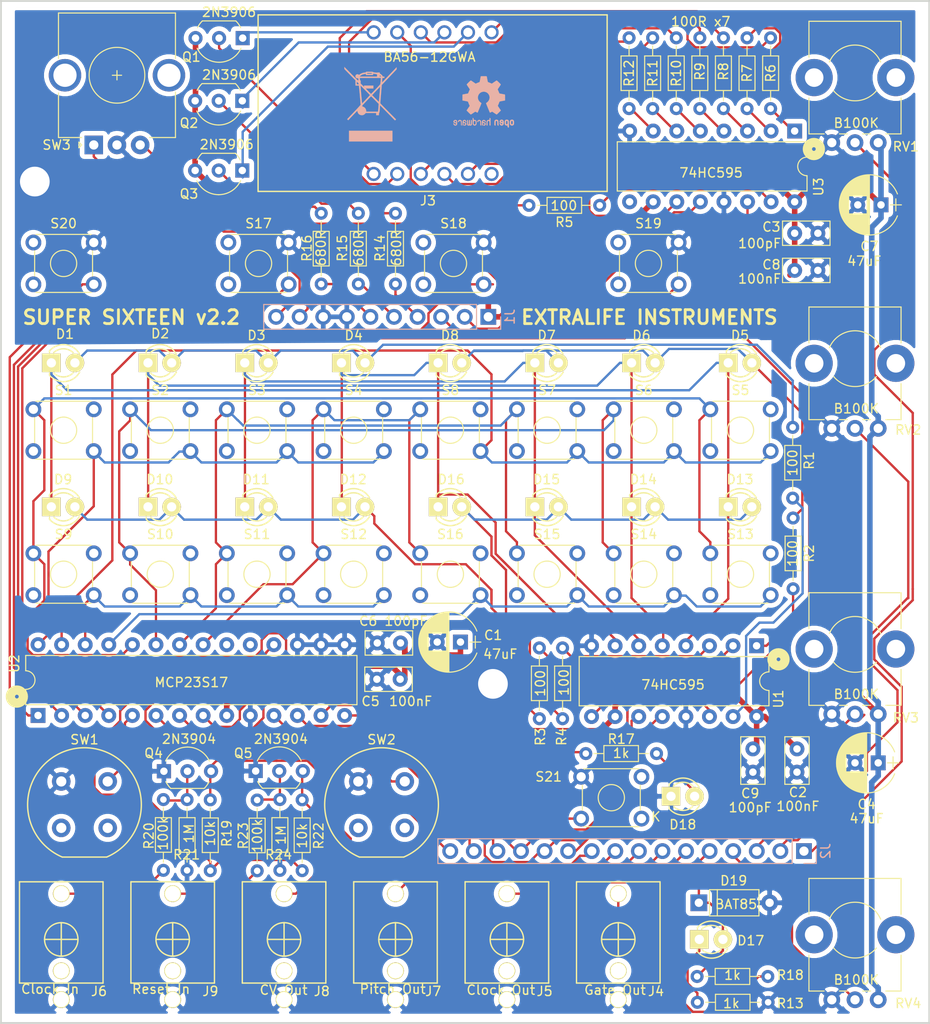
<source format=kicad_pcb>
(kicad_pcb (version 20171130) (host pcbnew "(5.1.2)-1")
  (layers (0 F.Cu signal) (31 B.Cu signal hide) (34 B.Paste user hide) (35 F.Paste user hide) (36 B.SilkS user hide) (37 F.SilkS user) (38 B.Mask user hide) (39 F.Mask user hide) (44 Edge.Cuts user))
  (net 0 "")
  (net 1 +5V)
  (net 2 GND)
  (net 3 "Net-(D1-Pad2)")
  (net 4 "Net-(D1-Pad1)")
  (net 5 "Net-(D10-Pad1)")
  (net 6 "Net-(D11-Pad1)")
  (net 7 "Net-(D12-Pad1)")
  (net 8 "Net-(D5-Pad2)")
  (net 9 "Net-(D10-Pad2)")
  (net 10 "Net-(D13-Pad2)")
  (net 11 "Net-(D17-Pad1)")
  (net 12 Gate)
  (net 13 /A7)
  (net 14 SCK)
  (net 15 CS0)
  (net 16 MOSI)
  (net 17 MISO)
  (net 18 CS1)
  (net 19 DIG1)
  (net 20 DIG2)
  (net 21 DIG3)
  (net 22 ResetIn)
  (net 23 CV)
  (net 24 Pitch)
  (net 25 ClockIn)
  (net 26 ClockOut)
  (net 27 AD4)
  (net 28 AD3)
  (net 29 AD2)
  (net 30 AD1)
  (net 31 "Net-(J3-Pad1)")
  (net 32 "Net-(J3-Pad2)")
  (net 33 "Net-(J3-Pad3)")
  (net 34 "Net-(J3-Pad4)")
  (net 35 "Net-(J3-Pad5)")
  (net 36 "Net-(J3-Pad7)")
  (net 37 "Net-(J3-Pad8)")
  (net 38 "Net-(J3-Pad9)")
  (net 39 "Net-(J3-Pad10)")
  (net 40 "Net-(J3-Pad11)")
  (net 41 "Net-(J3-Pad12)")
  (net 42 "Net-(J4-Pad3)")
  (net 43 "Net-(J6-Pad3)")
  (net 44 "Net-(J9-Pad3)")
  (net 45 "Net-(Q1-Pad2)")
  (net 46 "Net-(Q2-Pad2)")
  (net 47 "Net-(Q3-Pad2)")
  (net 48 "Net-(Q4-Pad2)")
  (net 49 "Net-(Q5-Pad2)")
  (net 50 "Net-(R1-Pad1)")
  (net 51 "Net-(R2-Pad2)")
  (net 52 "Net-(R3-Pad2)")
  (net 53 "Net-(R4-Pad2)")
  (net 54 "Net-(R5-Pad1)")
  (net 55 "Net-(R6-Pad1)")
  (net 56 "Net-(R7-Pad1)")
  (net 57 "Net-(R8-Pad1)")
  (net 58 "Net-(R9-Pad1)")
  (net 59 "Net-(R10-Pad1)")
  (net 60 "Net-(R11-Pad1)")
  (net 61 "Net-(R12-Pad1)")
  (net 62 "Net-(S1-Pad4)")
  (net 63 "Net-(S1-Pad1)")
  (net 64 "Net-(S11-Pad1)")
  (net 65 "Net-(S12-Pad1)")
  (net 66 "Net-(S5-Pad4)")
  (net 67 "Net-(S10-Pad1)")
  (net 68 "Net-(S10-Pad4)")
  (net 69 "Net-(S13-Pad4)")
  (net 70 /A0)
  (net 71 /A1)
  (net 72 /A2)
  (net 73 /A3)
  (net 74 /A6)
  (net 75 /A4)
  (net 76 /A5)
  (net 77 "Net-(U1-Pad9)")
  (net 78 ENC1)
  (net 79 ENC2)
  (net 80 "Net-(D18-Pad2)")
  (net 81 SCKA)
  (net 82 CS1A)
  (net 83 SPI_Reset)
  (module Potentiometers:Potentiometer_Alps_RK09K_Horizontal (layer F.Cu) (at 106.5 27.25 90)
    (fp_text reference RV1 (at -0.436 2.974 180) (layer F.SilkS))
    (fp_text value B100K (at 2.104 -2.36 180) (layer F.SilkS))
    (pad 0 np_thru_hole circle (at 7 1.9 90) (size 4 4) (drill 2) (layers *.Cu *.Mask))
    (pad 0 np_thru_hole circle (at 7 -6.9 90) (size 4 4) (drill 2) (layers *.Cu *.Mask))
    (pad 3 thru_hole circle (at 0 0 90) (size 1.8 1.8) (drill 1) (layers *.Cu *.Mask) (net 1 +5V))
    (pad 2 thru_hole circle (at 0 -2.5 90) (size 1.8 1.8) (drill 1) (layers *.Cu *.Mask) (net 30 AD1))
    (pad 1 thru_hole circle (at 0 -5 90) (size 1.8 1.8) (drill 1) (layers *.Cu *.Mask) (net 2 GND))
  )
  (module Potentiometers:Potentiometer_Alps_RK09K_Horizontal (layer F.Cu) (at 106.5 58 90)
    (fp_text reference RV2 (at -0.166 3.228 180) (layer F.SilkS))
    (fp_text value B100K (at 2.12 -2.36 180) (layer F.SilkS))
    (pad 0 np_thru_hole circle (at 7 1.9 90) (size 4 4) (drill 2) (layers *.Cu *.Mask))
    (pad 0 np_thru_hole circle (at 7 -6.9 90) (size 4 4) (drill 2) (layers *.Cu *.Mask))
    (pad 3 thru_hole circle (at 0 0 90) (size 1.8 1.8) (drill 1) (layers *.Cu *.Mask) (net 1 +5V))
    (pad 2 thru_hole circle (at 0 -2.5 90) (size 1.8 1.8) (drill 1) (layers *.Cu *.Mask) (net 29 AD2))
    (pad 1 thru_hole circle (at 0 -5 90) (size 1.8 1.8) (drill 1) (layers *.Cu *.Mask) (net 2 GND))
  )
  (module Potentiometers:Potentiometer_Alps_RK09K_Horizontal (layer F.Cu) (at 106.5 88.75 90)
    (fp_text reference RV3 (at -0.404 2.974 180) (layer F.SilkS))
    (fp_text value B100K (at 2.136 -2.36 180) (layer F.SilkS))
    (pad 0 np_thru_hole circle (at 7 1.9 90) (size 4 4) (drill 2) (layers *.Cu *.Mask))
    (pad 0 np_thru_hole circle (at 7 -6.9 90) (size 4 4) (drill 2) (layers *.Cu *.Mask))
    (pad 3 thru_hole circle (at 0 0 90) (size 1.8 1.8) (drill 1) (layers *.Cu *.Mask) (net 1 +5V))
    (pad 2 thru_hole circle (at 0 -2.5 90) (size 1.8 1.8) (drill 1) (layers *.Cu *.Mask) (net 28 AD3))
    (pad 1 thru_hole circle (at 0 -5 90) (size 1.8 1.8) (drill 1) (layers *.Cu *.Mask) (net 2 GND))
  )
  (module Potentiometers:Potentiometer_Alps_RK09K_Horizontal (layer F.Cu) (at 106.5 119.5 90)
    (fp_text reference RV4 (at -0.388 3.228 180) (layer F.SilkS))
    (fp_text value B100K (at 2.152 -2.36 180) (layer F.SilkS))
    (pad 0 np_thru_hole circle (at 7 1.9 90) (size 4 4) (drill 2) (layers *.Cu *.Mask))
    (pad 0 np_thru_hole circle (at 7 -6.9 90) (size 4 4) (drill 2) (layers *.Cu *.Mask))
    (pad 3 thru_hole circle (at 0 0 90) (size 1.8 1.8) (drill 1) (layers *.Cu *.Mask) (net 1 +5V))
    (pad 2 thru_hole circle (at 0 -2.5 90) (size 1.8 1.8) (drill 1) (layers *.Cu *.Mask) (net 27 AD4))
    (pad 1 thru_hole circle (at 0 -5 90) (size 1.8 1.8) (drill 1) (layers *.Cu *.Mask) (net 2 GND))
  )
  (module Symbols:WEEE-Logo_5.6x8mm_SilkScreen (layer B.Cu) (at 51.816 23.114 180)
    (fp_text reference REF*** hide)
    (fp_text value WEEE-Logo_5.6x8mm_SilkScreen hide)
  )
  (module Symbols:OSHW-Logo2_7.3x6mm_SilkScreen (layer B.Cu) (at 64.008 22.86 180)
    (fp_text reference REF*** hide)
    (fp_text value OSHW-Logo2_7.3x6mm_SilkScreen hide)
  )
  (module Buttons_Switches_THT:SW_TH_Tactile_Omron_B3F-10xx (layer F.Cu) (at 67.58163 55.95)
    (fp_text reference S7 (at 3.25 -2.05) (layer F.SilkS))
    (fp_text value SW)
    (pad 4 thru_hole circle (at 6.5 4.5) (size 1.7 1.7) (drill 1) (layers *.Cu *.Mask) (net 66 "Net-(S5-Pad4)"))
    (pad 3 thru_hole circle (at 0 4.5) (size 1.7 1.7) (drill 1) (layers *.Cu *.Mask))
    (pad 2 thru_hole circle (at 6.5 0) (size 1.7 1.7) (drill 1) (layers *.Cu *.Mask))
    (pad 1 thru_hole circle (at 0 0) (size 1.7 1.7) (drill 1) (layers *.Cu *.Mask) (net 64 "Net-(S11-Pad1)"))
  )
  (module Housings_DIP:DIP-16_W7.62mm (layer F.Cu) (at 97.5 26 270)
    (fp_text reference U3 (at 6.004 -2.576 270) (layer F.SilkS))
    (fp_text value 74HC595 (at 4.5 9) (layer F.SilkS))
    (pad 1 thru_hole rect (at 0 0 270) (size 1.6 1.6) (drill 0.8) (layers *.Cu *.Mask) (net 55 "Net-(R6-Pad1)"))
    (pad 9 thru_hole oval (at 7.62 17.78 270) (size 1.6 1.6) (drill 0.8) (layers *.Cu *.Mask))
    (pad 2 thru_hole oval (at 0 2.54 270) (size 1.6 1.6) (drill 0.8) (layers *.Cu *.Mask) (net 56 "Net-(R7-Pad1)"))
    (pad 10 thru_hole oval (at 7.62 15.24 270) (size 1.6 1.6) (drill 0.8) (layers *.Cu *.Mask) (net 1 +5V))
    (pad 3 thru_hole oval (at 0 5.08 270) (size 1.6 1.6) (drill 0.8) (layers *.Cu *.Mask) (net 57 "Net-(R8-Pad1)"))
    (pad 11 thru_hole oval (at 7.62 12.7 270) (size 1.6 1.6) (drill 0.8) (layers *.Cu *.Mask) (net 81 SCKA))
    (pad 4 thru_hole oval (at 0 7.62 270) (size 1.6 1.6) (drill 0.8) (layers *.Cu *.Mask) (net 58 "Net-(R9-Pad1)"))
    (pad 12 thru_hole oval (at 7.62 10.16 270) (size 1.6 1.6) (drill 0.8) (layers *.Cu *.Mask) (net 82 CS1A))
    (pad 5 thru_hole oval (at 0 10.16 270) (size 1.6 1.6) (drill 0.8) (layers *.Cu *.Mask) (net 59 "Net-(R10-Pad1)"))
    (pad 13 thru_hole oval (at 7.62 7.62 270) (size 1.6 1.6) (drill 0.8) (layers *.Cu *.Mask) (net 2 GND))
    (pad 6 thru_hole oval (at 0 12.7 270) (size 1.6 1.6) (drill 0.8) (layers *.Cu *.Mask) (net 60 "Net-(R11-Pad1)"))
    (pad 14 thru_hole oval (at 7.62 5.08 270) (size 1.6 1.6) (drill 0.8) (layers *.Cu *.Mask) (net 77 "Net-(U1-Pad9)"))
    (pad 7 thru_hole oval (at 0 15.24 270) (size 1.6 1.6) (drill 0.8) (layers *.Cu *.Mask) (net 61 "Net-(R12-Pad1)"))
    (pad 15 thru_hole oval (at 7.62 2.54 270) (size 1.6 1.6) (drill 0.8) (layers *.Cu *.Mask) (net 54 "Net-(R5-Pad1)"))
    (pad 8 thru_hole oval (at 0 17.78 270) (size 1.6 1.6) (drill 0.8) (layers *.Cu *.Mask) (net 2 GND))
    (pad 16 thru_hole oval (at 7.62 0 270) (size 1.6 1.6) (drill 0.8) (layers *.Cu *.Mask) (net 1 +5V))
  )
  (module TO_SOT_Packages_THT:TO-92_Inline_Wide (layer F.Cu) (at 38.04 16 180)
    (fp_text reference Q1 (at 5.528 -2.034 180) (layer F.SilkS))
    (fp_text value 2N3906 (at 1.464 2.792) (layer F.SilkS))
    (pad 2 thru_hole circle (at 2.54 0 270) (size 1.52 1.52) (drill 0.8) (layers *.Cu *.Mask) (net 45 "Net-(Q1-Pad2)"))
    (pad 3 thru_hole circle (at 5.08 0 270) (size 1.52 1.52) (drill 0.8) (layers *.Cu *.Mask) (net 1 +5V))
    (pad 1 thru_hole rect (at 0 0 270) (size 1.52 1.52) (drill 0.8) (layers *.Cu *.Mask) (net 41 "Net-(J3-Pad12)"))
  )
  (module TO_SOT_Packages_THT:TO-92_Inline_Wide (layer F.Cu) (at 39.44112 94.8817)
    (fp_text reference Q5 (at -1.34112 -1.9177 180) (layer F.SilkS))
    (fp_text value 2N3904 (at 2.72288 -3.4417) (layer F.SilkS))
    (pad 2 thru_hole circle (at 2.54 0 90) (size 1.52 1.52) (drill 0.8) (layers *.Cu *.Mask) (net 49 "Net-(Q5-Pad2)"))
    (pad 3 thru_hole circle (at 5.08 0 90) (size 1.52 1.52) (drill 0.8) (layers *.Cu *.Mask) (net 22 ResetIn))
    (pad 1 thru_hole rect (at 0 0 90) (size 1.52 1.52) (drill 0.8) (layers *.Cu *.Mask) (net 2 GND))
  )
  (module TO_SOT_Packages_THT:TO-92_Inline_Wide (layer F.Cu) (at 29.55544 94.90202)
    (fp_text reference Q4 (at -1.10744 -1.93802 180) (layer F.SilkS))
    (fp_text value 2N3904 (at 2.70256 -3.46202) (layer F.SilkS))
    (pad 2 thru_hole circle (at 2.54 0 90) (size 1.52 1.52) (drill 0.8) (layers *.Cu *.Mask) (net 48 "Net-(Q4-Pad2)"))
    (pad 3 thru_hole circle (at 5.08 0 90) (size 1.52 1.52) (drill 0.8) (layers *.Cu *.Mask) (net 25 ClockIn))
    (pad 1 thru_hole rect (at 0 0 90) (size 1.52 1.52) (drill 0.8) (layers *.Cu *.Mask) (net 2 GND))
  )
  (module TO_SOT_Packages_THT:TO-92_Inline_Wide (layer F.Cu) (at 38 30.25 180)
    (fp_text reference Q3 (at 5.742 -2.516 180) (layer F.SilkS))
    (fp_text value 2N3906 (at 1.678 2.79) (layer F.SilkS))
    (pad 2 thru_hole circle (at 2.54 0 270) (size 1.52 1.52) (drill 0.8) (layers *.Cu *.Mask) (net 47 "Net-(Q3-Pad2)"))
    (pad 3 thru_hole circle (at 5.08 0 270) (size 1.52 1.52) (drill 0.8) (layers *.Cu *.Mask) (net 1 +5V))
    (pad 1 thru_hole rect (at 0 0 270) (size 1.52 1.52) (drill 0.8) (layers *.Cu *.Mask) (net 37 "Net-(J3-Pad8)"))
  )
  (module TO_SOT_Packages_THT:TO-92_Inline_Wide (layer F.Cu) (at 38 22.75 180)
    (fp_text reference Q2 (at 5.742 -2.396 180) (layer F.SilkS))
    (fp_text value 2N3906 (at 1.424 2.79) (layer F.SilkS))
    (pad 2 thru_hole circle (at 2.54 0 270) (size 1.52 1.52) (drill 0.8) (layers *.Cu *.Mask) (net 46 "Net-(Q2-Pad2)"))
    (pad 3 thru_hole circle (at 5.08 0 270) (size 1.52 1.52) (drill 0.8) (layers *.Cu *.Mask) (net 1 +5V))
    (pad 1 thru_hole rect (at 0 0 270) (size 1.52 1.52) (drill 0.8) (layers *.Cu *.Mask) (net 38 "Net-(J3-Pad9)"))
  )
  (module Capacitors_THT:C_Disc_D5.0mm_W2.5mm_P2.50mm (layer F.Cu) (at 93 92.5 270)
    (fp_text reference C9 (at 4.782 0.29 180) (layer F.SilkS))
    (fp_text value 100pF (at 6.306 0.29 180) (layer F.SilkS))
    (pad 1 thru_hole circle (at 0 0 270) (size 1.6 1.6) (drill 0.8) (layers *.Cu *.Mask) (net 1 +5V))
    (pad 2 thru_hole circle (at 2.5 0 270) (size 1.6 1.6) (drill 0.8) (layers *.Cu *.Mask) (net 2 GND))
  )
  (module Capacitors_THT:C_Disc_D5.0mm_W2.5mm_P2.50mm (layer F.Cu) (at 55.03926 81.09712 180)
    (fp_text reference C6 (at 3.47726 2.35712) (layer F.SilkS))
    (fp_text value 100pF (at -0.58674 2.35712) (layer F.SilkS))
    (pad 1 thru_hole circle (at 0 0 180) (size 1.6 1.6) (drill 0.8) (layers *.Cu *.Mask) (net 1 +5V))
    (pad 2 thru_hole circle (at 2.5 0 180) (size 1.6 1.6) (drill 0.8) (layers *.Cu *.Mask) (net 2 GND))
  )
  (module Capacitors_THT:C_Disc_D5.0mm_W2.5mm_P2.50mm (layer F.Cu) (at 97.5 37)
    (fp_text reference C3 (at -2.504 -0.678) (layer F.SilkS))
    (fp_text value 100pF (at -3.774 1.1) (layer F.SilkS))
    (pad 1 thru_hole circle (at 0 0) (size 1.6 1.6) (drill 0.8) (layers *.Cu *.Mask) (net 1 +5V))
    (pad 2 thru_hole circle (at 2.5 0) (size 1.6 1.6) (drill 0.8) (layers *.Cu *.Mask) (net 2 GND))
  )
  (module Pin_Headers:Pin_Header_Straight_1x16_Pitch2.54mm (layer B.Cu) (at 98.5 103.5 90)
    (fp_text reference J2 (at 0 2.33 270) (layer B.SilkS) (effects (justify mirror)))
    (fp_text value Conn_01x16_Male)
    (pad 1 thru_hole rect (at 0 0 90) (size 1.7 1.7) (drill 1) (layers *.Cu *.Mask) (net 30 AD1))
    (pad 2 thru_hole oval (at 0 -2.54 90) (size 1.7 1.7) (drill 1) (layers *.Cu *.Mask) (net 29 AD2))
    (pad 3 thru_hole oval (at 0 -5.08 90) (size 1.7 1.7) (drill 1) (layers *.Cu *.Mask) (net 28 AD3))
    (pad 4 thru_hole oval (at 0 -7.62 90) (size 1.7 1.7) (drill 1) (layers *.Cu *.Mask) (net 27 AD4))
    (pad 5 thru_hole oval (at 0 -10.16 90) (size 1.7 1.7) (drill 1) (layers *.Cu *.Mask) (net 12 Gate))
    (pad 6 thru_hole oval (at 0 -12.7 90) (size 1.7 1.7) (drill 1) (layers *.Cu *.Mask) (net 26 ClockOut))
    (pad 7 thru_hole oval (at 0 -15.24 90) (size 1.7 1.7) (drill 1) (layers *.Cu *.Mask) (net 24 Pitch))
    (pad 8 thru_hole oval (at 0 -17.78 90) (size 1.7 1.7) (drill 1) (layers *.Cu *.Mask) (net 23 CV))
    (pad 9 thru_hole oval (at 0 -20.32 90) (size 1.7 1.7) (drill 1) (layers *.Cu *.Mask) (net 22 ResetIn))
    (pad 10 thru_hole oval (at 0 -22.86 90) (size 1.7 1.7) (drill 1) (layers *.Cu *.Mask) (net 25 ClockIn))
    (pad 11 thru_hole oval (at 0 -25.4 90) (size 1.7 1.7) (drill 1) (layers *.Cu *.Mask) (net 18 CS1))
    (pad 12 thru_hole oval (at 0 -27.94 90) (size 1.7 1.7) (drill 1) (layers *.Cu *.Mask) (net 14 SCK))
    (pad 13 thru_hole oval (at 0 -30.48 90) (size 1.7 1.7) (drill 1) (layers *.Cu *.Mask) (net 16 MOSI))
    (pad 14 thru_hole oval (at 0 -33.02 90) (size 1.7 1.7) (drill 1) (layers *.Cu *.Mask) (net 17 MISO))
    (pad 15 thru_hole oval (at 0 -35.56 90) (size 1.7 1.7) (drill 1) (layers *.Cu *.Mask) (net 15 CS0))
    (pad 16 thru_hole oval (at 0 -38.1 90) (size 1.7 1.7) (drill 1) (layers *.Cu *.Mask) (net 83 SPI_Reset))
  )
  (module Housings_DIP:DIP-16_W7.62mm (layer F.Cu) (at 93.4 81.4 270)
    (fp_text reference U1 (at 5.722 -2.358 90) (layer F.SilkS))
    (fp_text value 74HC595 (at 4.2 9) (layer F.SilkS))
    (pad 16 thru_hole oval (at 7.62 0 270) (size 1.6 1.6) (drill 0.8) (layers *.Cu *.Mask) (net 1 +5V))
    (pad 8 thru_hole oval (at 0 17.78 270) (size 1.6 1.6) (drill 0.8) (layers *.Cu *.Mask) (net 2 GND))
    (pad 15 thru_hole oval (at 7.62 2.54 270) (size 1.6 1.6) (drill 0.8) (layers *.Cu *.Mask) (net 50 "Net-(R1-Pad1)"))
    (pad 7 thru_hole oval (at 0 15.24 270) (size 1.6 1.6) (drill 0.8) (layers *.Cu *.Mask) (net 7 "Net-(D12-Pad1)"))
    (pad 14 thru_hole oval (at 7.62 5.08 270) (size 1.6 1.6) (drill 0.8) (layers *.Cu *.Mask) (net 16 MOSI))
    (pad 6 thru_hole oval (at 0 12.7 270) (size 1.6 1.6) (drill 0.8) (layers *.Cu *.Mask) (net 6 "Net-(D11-Pad1)"))
    (pad 13 thru_hole oval (at 7.62 7.62 270) (size 1.6 1.6) (drill 0.8) (layers *.Cu *.Mask) (net 2 GND))
    (pad 5 thru_hole oval (at 0 10.16 270) (size 1.6 1.6) (drill 0.8) (layers *.Cu *.Mask) (net 5 "Net-(D10-Pad1)"))
    (pad 12 thru_hole oval (at 7.62 10.16 270) (size 1.6 1.6) (drill 0.8) (layers *.Cu *.Mask) (net 18 CS1))
    (pad 4 thru_hole oval (at 0 7.62 270) (size 1.6 1.6) (drill 0.8) (layers *.Cu *.Mask) (net 4 "Net-(D1-Pad1)"))
    (pad 11 thru_hole oval (at 7.62 12.7 270) (size 1.6 1.6) (drill 0.8) (layers *.Cu *.Mask) (net 14 SCK))
    (pad 3 thru_hole oval (at 0 5.08 270) (size 1.6 1.6) (drill 0.8) (layers *.Cu *.Mask) (net 53 "Net-(R4-Pad2)"))
    (pad 10 thru_hole oval (at 7.62 15.24 270) (size 1.6 1.6) (drill 0.8) (layers *.Cu *.Mask) (net 1 +5V))
    (pad 2 thru_hole oval (at 0 2.54 270) (size 1.6 1.6) (drill 0.8) (layers *.Cu *.Mask) (net 52 "Net-(R3-Pad2)"))
    (pad 9 thru_hole oval (at 7.62 17.78 270) (size 1.6 1.6) (drill 0.8) (layers *.Cu *.Mask) (net 77 "Net-(U1-Pad9)"))
    (pad 1 thru_hole rect (at 0 0 270) (size 1.6 1.6) (drill 0.8) (layers *.Cu *.Mask) (net 51 "Net-(R2-Pad2)"))
  )
  (module Buttons_Switches_THT:SW_TH_Tactile_Omron_B3F-10xx (layer F.Cu) (at 46.748978 55.95)
    (fp_text reference S4 (at 3.25 -2.05) (layer F.SilkS))
    (fp_text value SW)
    (pad 4 thru_hole circle (at 6.5 4.5) (size 1.7 1.7) (drill 1) (layers *.Cu *.Mask) (net 62 "Net-(S1-Pad4)"))
    (pad 3 thru_hole circle (at 0 4.5) (size 1.7 1.7) (drill 1) (layers *.Cu *.Mask))
    (pad 2 thru_hole circle (at 6.5 0) (size 1.7 1.7) (drill 1) (layers *.Cu *.Mask))
    (pad 1 thru_hole circle (at 0 0) (size 1.7 1.7) (drill 1) (layers *.Cu *.Mask) (net 65 "Net-(S12-Pad1)"))
  )
  (module Buttons_Switches_THT:SW_TH_Tactile_Omron_B3F-10xx (layer F.Cu) (at 25.916326 71.45)
    (fp_text reference S10 (at 3.25 -2.05) (layer F.SilkS))
    (fp_text value SW)
    (pad 4 thru_hole circle (at 6.5 4.5) (size 1.7 1.7) (drill 1) (layers *.Cu *.Mask) (net 68 "Net-(S10-Pad4)"))
    (pad 3 thru_hole circle (at 0 4.5) (size 1.7 1.7) (drill 1) (layers *.Cu *.Mask))
    (pad 2 thru_hole circle (at 6.5 0) (size 1.7 1.7) (drill 1) (layers *.Cu *.Mask))
    (pad 1 thru_hole circle (at 0 0) (size 1.7 1.7) (drill 1) (layers *.Cu *.Mask) (net 67 "Net-(S10-Pad1)"))
  )
  (module Buttons_Switches_THT:SW_TH_Tactile_Omron_B3F-10xx (layer F.Cu) (at 15.5 71.45)
    (fp_text reference S9 (at 3.25 -2.05) (layer F.SilkS))
    (fp_text value SW)
    (pad 4 thru_hole circle (at 6.5 4.5) (size 1.7 1.7) (drill 1) (layers *.Cu *.Mask) (net 68 "Net-(S10-Pad4)"))
    (pad 3 thru_hole circle (at 0 4.5) (size 1.7 1.7) (drill 1) (layers *.Cu *.Mask))
    (pad 2 thru_hole circle (at 6.5 0) (size 1.7 1.7) (drill 1) (layers *.Cu *.Mask))
    (pad 1 thru_hole circle (at 0 0) (size 1.7 1.7) (drill 1) (layers *.Cu *.Mask) (net 63 "Net-(S1-Pad1)"))
  )
  (module Buttons_Switches_THT:SW_TH_Tactile_Omron_B3F-10xx (layer F.Cu) (at 57.165304 55.95)
    (fp_text reference S8 (at 3.25 -2.05) (layer F.SilkS))
    (fp_text value SW)
    (pad 4 thru_hole circle (at 6.5 4.5) (size 1.7 1.7) (drill 1) (layers *.Cu *.Mask) (net 66 "Net-(S5-Pad4)"))
    (pad 3 thru_hole circle (at 0 4.5) (size 1.7 1.7) (drill 1) (layers *.Cu *.Mask))
    (pad 2 thru_hole circle (at 6.5 0) (size 1.7 1.7) (drill 1) (layers *.Cu *.Mask))
    (pad 1 thru_hole circle (at 0 0) (size 1.7 1.7) (drill 1) (layers *.Cu *.Mask) (net 65 "Net-(S12-Pad1)"))
  )
  (module Buttons_Switches_THT:SW_TH_Tactile_Omron_B3F-10xx (layer F.Cu) (at 15.5 55.95)
    (fp_text reference S1 (at 3.25 -2.05) (layer F.SilkS))
    (fp_text value SW)
    (pad 4 thru_hole circle (at 6.5 4.5) (size 1.7 1.7) (drill 1) (layers *.Cu *.Mask) (net 62 "Net-(S1-Pad4)"))
    (pad 3 thru_hole circle (at 0 4.5) (size 1.7 1.7) (drill 1) (layers *.Cu *.Mask))
    (pad 2 thru_hole circle (at 6.5 0) (size 1.7 1.7) (drill 1) (layers *.Cu *.Mask))
    (pad 1 thru_hole circle (at 0 0) (size 1.7 1.7) (drill 1) (layers *.Cu *.Mask) (net 63 "Net-(S1-Pad1)"))
  )
  (module Buttons_Switches_THT:SW_TH_Tactile_Omron_B3F-10xx (layer F.Cu) (at 25.916326 55.95)
    (fp_text reference S2 (at 3.25 -2.05) (layer F.SilkS))
    (fp_text value SW)
    (pad 4 thru_hole circle (at 6.5 4.5) (size 1.7 1.7) (drill 1) (layers *.Cu *.Mask) (net 62 "Net-(S1-Pad4)"))
    (pad 3 thru_hole circle (at 0 4.5) (size 1.7 1.7) (drill 1) (layers *.Cu *.Mask))
    (pad 2 thru_hole circle (at 6.5 0) (size 1.7 1.7) (drill 1) (layers *.Cu *.Mask))
    (pad 1 thru_hole circle (at 0 0) (size 1.7 1.7) (drill 1) (layers *.Cu *.Mask) (net 67 "Net-(S10-Pad1)"))
  )
  (module Buttons_Switches_THT:SW_TH_Tactile_Omron_B3F-10xx (layer F.Cu) (at 36.332652 55.95)
    (fp_text reference S3 (at 3.25 -2.05) (layer F.SilkS))
    (fp_text value SW)
    (pad 4 thru_hole circle (at 6.5 4.5) (size 1.7 1.7) (drill 1) (layers *.Cu *.Mask) (net 62 "Net-(S1-Pad4)"))
    (pad 3 thru_hole circle (at 0 4.5) (size 1.7 1.7) (drill 1) (layers *.Cu *.Mask))
    (pad 2 thru_hole circle (at 6.5 0) (size 1.7 1.7) (drill 1) (layers *.Cu *.Mask))
    (pad 1 thru_hole circle (at 0 0) (size 1.7 1.7) (drill 1) (layers *.Cu *.Mask) (net 64 "Net-(S11-Pad1)"))
  )
  (module Buttons_Switches_THT:SW_TH_Tactile_Omron_B3F-10xx (layer F.Cu) (at 88.414284 55.95)
    (fp_text reference S5 (at 3.25 -2.05) (layer F.SilkS))
    (fp_text value SW)
    (pad 4 thru_hole circle (at 6.5 4.5) (size 1.7 1.7) (drill 1) (layers *.Cu *.Mask) (net 66 "Net-(S5-Pad4)"))
    (pad 3 thru_hole circle (at 0 4.5) (size 1.7 1.7) (drill 1) (layers *.Cu *.Mask))
    (pad 2 thru_hole circle (at 6.5 0) (size 1.7 1.7) (drill 1) (layers *.Cu *.Mask))
    (pad 1 thru_hole circle (at 0 0) (size 1.7 1.7) (drill 1) (layers *.Cu *.Mask) (net 63 "Net-(S1-Pad1)"))
  )
  (module Buttons_Switches_THT:SW_TH_Tactile_Omron_B3F-10xx (layer F.Cu) (at 77.997956 55.95)
    (fp_text reference S6 (at 3.25 -2.05) (layer F.SilkS))
    (fp_text value SW)
    (pad 4 thru_hole circle (at 6.5 4.5) (size 1.7 1.7) (drill 1) (layers *.Cu *.Mask) (net 66 "Net-(S5-Pad4)"))
    (pad 3 thru_hole circle (at 0 4.5) (size 1.7 1.7) (drill 1) (layers *.Cu *.Mask))
    (pad 2 thru_hole circle (at 6.5 0) (size 1.7 1.7) (drill 1) (layers *.Cu *.Mask))
    (pad 1 thru_hole circle (at 0 0) (size 1.7 1.7) (drill 1) (layers *.Cu *.Mask) (net 67 "Net-(S10-Pad1)"))
  )
  (module Buttons_Switches_THT:SW_TH_Tactile_Omron_B3F-10xx (layer F.Cu) (at 36.332652 71.45)
    (fp_text reference S11 (at 3.25 -2.05) (layer F.SilkS))
    (fp_text value SW)
    (pad 4 thru_hole circle (at 6.5 4.5) (size 1.7 1.7) (drill 1) (layers *.Cu *.Mask) (net 68 "Net-(S10-Pad4)"))
    (pad 3 thru_hole circle (at 0 4.5) (size 1.7 1.7) (drill 1) (layers *.Cu *.Mask))
    (pad 2 thru_hole circle (at 6.5 0) (size 1.7 1.7) (drill 1) (layers *.Cu *.Mask))
    (pad 1 thru_hole circle (at 0 0) (size 1.7 1.7) (drill 1) (layers *.Cu *.Mask) (net 64 "Net-(S11-Pad1)"))
  )
  (module Buttons_Switches_THT:SW_TH_Tactile_Omron_B3F-10xx (layer F.Cu) (at 46.748978 71.45)
    (fp_text reference S12 (at 3.25 -2.05) (layer F.SilkS))
    (fp_text value SW)
    (pad 4 thru_hole circle (at 6.5 4.5) (size 1.7 1.7) (drill 1) (layers *.Cu *.Mask) (net 68 "Net-(S10-Pad4)"))
    (pad 3 thru_hole circle (at 0 4.5) (size 1.7 1.7) (drill 1) (layers *.Cu *.Mask))
    (pad 2 thru_hole circle (at 6.5 0) (size 1.7 1.7) (drill 1) (layers *.Cu *.Mask))
    (pad 1 thru_hole circle (at 0 0) (size 1.7 1.7) (drill 1) (layers *.Cu *.Mask) (net 65 "Net-(S12-Pad1)"))
  )
  (module Buttons_Switches_THT:SW_TH_Tactile_Omron_B3F-10xx (layer F.Cu) (at 88.414284 71.45)
    (fp_text reference S13 (at 3.25 -2.05) (layer F.SilkS))
    (fp_text value SW)
    (pad 4 thru_hole circle (at 6.5 4.5) (size 1.7 1.7) (drill 1) (layers *.Cu *.Mask) (net 69 "Net-(S13-Pad4)"))
    (pad 3 thru_hole circle (at 0 4.5) (size 1.7 1.7) (drill 1) (layers *.Cu *.Mask))
    (pad 2 thru_hole circle (at 6.5 0) (size 1.7 1.7) (drill 1) (layers *.Cu *.Mask))
    (pad 1 thru_hole circle (at 0 0) (size 1.7 1.7) (drill 1) (layers *.Cu *.Mask) (net 63 "Net-(S1-Pad1)"))
  )
  (module Buttons_Switches_THT:SW_TH_Tactile_Omron_B3F-10xx (layer F.Cu) (at 77.997956 71.45)
    (fp_text reference S14 (at 3.25 -2.05) (layer F.SilkS))
    (fp_text value SW)
    (pad 4 thru_hole circle (at 6.5 4.5) (size 1.7 1.7) (drill 1) (layers *.Cu *.Mask) (net 69 "Net-(S13-Pad4)"))
    (pad 3 thru_hole circle (at 0 4.5) (size 1.7 1.7) (drill 1) (layers *.Cu *.Mask))
    (pad 2 thru_hole circle (at 6.5 0) (size 1.7 1.7) (drill 1) (layers *.Cu *.Mask))
    (pad 1 thru_hole circle (at 0 0) (size 1.7 1.7) (drill 1) (layers *.Cu *.Mask) (net 67 "Net-(S10-Pad1)"))
  )
  (module Buttons_Switches_THT:SW_TH_Tactile_Omron_B3F-10xx (layer F.Cu) (at 67.58163 71.45)
    (fp_text reference S15 (at 3.25 -2.05) (layer F.SilkS))
    (fp_text value SW)
    (pad 4 thru_hole circle (at 6.5 4.5) (size 1.7 1.7) (drill 1) (layers *.Cu *.Mask) (net 69 "Net-(S13-Pad4)"))
    (pad 3 thru_hole circle (at 0 4.5) (size 1.7 1.7) (drill 1) (layers *.Cu *.Mask))
    (pad 2 thru_hole circle (at 6.5 0) (size 1.7 1.7) (drill 1) (layers *.Cu *.Mask))
    (pad 1 thru_hole circle (at 0 0) (size 1.7 1.7) (drill 1) (layers *.Cu *.Mask) (net 64 "Net-(S11-Pad1)"))
  )
  (module Buttons_Switches_THT:SW_TH_Tactile_Omron_B3F-10xx (layer F.Cu) (at 57.165304 71.45)
    (fp_text reference S16 (at 3.25 -2.05) (layer F.SilkS))
    (fp_text value SW)
    (pad 4 thru_hole circle (at 6.5 4.5) (size 1.7 1.7) (drill 1) (layers *.Cu *.Mask) (net 69 "Net-(S13-Pad4)"))
    (pad 3 thru_hole circle (at 0 4.5) (size 1.7 1.7) (drill 1) (layers *.Cu *.Mask))
    (pad 2 thru_hole circle (at 6.5 0) (size 1.7 1.7) (drill 1) (layers *.Cu *.Mask))
    (pad 1 thru_hole circle (at 0 0) (size 1.7 1.7) (drill 1) (layers *.Cu *.Mask) (net 65 "Net-(S12-Pad1)"))
  )
  (module Buttons_Switches_THT:SW_TH_Tactile_Omron_B3F-10xx (layer F.Cu) (at 36.5 38)
    (fp_text reference S17 (at 3.25 -2.05) (layer F.SilkS))
    (fp_text value Load)
    (pad 4 thru_hole circle (at 6.5 4.5) (size 1.7 1.7) (drill 1) (layers *.Cu *.Mask) (net 71 /A1))
    (pad 3 thru_hole circle (at 0 4.5) (size 1.7 1.7) (drill 1) (layers *.Cu *.Mask))
    (pad 2 thru_hole circle (at 6.5 0) (size 1.7 1.7) (drill 1) (layers *.Cu *.Mask) (net 2 GND))
    (pad 1 thru_hole circle (at 0 0) (size 1.7 1.7) (drill 1) (layers *.Cu *.Mask))
  )
  (module Buttons_Switches_THT:SW_TH_Tactile_Omron_B3F-10xx (layer F.Cu) (at 57.5 38)
    (fp_text reference S18 (at 3.25 -2.05) (layer F.SilkS))
    (fp_text value Save)
    (pad 4 thru_hole circle (at 6.5 4.5) (size 1.7 1.7) (drill 1) (layers *.Cu *.Mask) (net 72 /A2))
    (pad 3 thru_hole circle (at 0 4.5) (size 1.7 1.7) (drill 1) (layers *.Cu *.Mask))
    (pad 2 thru_hole circle (at 6.5 0) (size 1.7 1.7) (drill 1) (layers *.Cu *.Mask) (net 2 GND))
    (pad 1 thru_hole circle (at 0 0) (size 1.7 1.7) (drill 1) (layers *.Cu *.Mask))
  )
  (module Buttons_Switches_THT:SW_TH_Tactile_Omron_B3F-10xx (layer F.Cu) (at 78.5 38)
    (fp_text reference S19 (at 3.25 -2.05) (layer F.SilkS))
    (fp_text value Play)
    (pad 4 thru_hole circle (at 6.5 4.5) (size 1.7 1.7) (drill 1) (layers *.Cu *.Mask) (net 73 /A3))
    (pad 3 thru_hole circle (at 0 4.5) (size 1.7 1.7) (drill 1) (layers *.Cu *.Mask))
    (pad 2 thru_hole circle (at 6.5 0) (size 1.7 1.7) (drill 1) (layers *.Cu *.Mask) (net 2 GND))
    (pad 1 thru_hole circle (at 0 0) (size 1.7 1.7) (drill 1) (layers *.Cu *.Mask))
  )
  (module Buttons_Switches_THT:SW_TH_Tactile_Omron_B3F-10xx (layer F.Cu) (at 15.5 38)
    (fp_text reference S20 (at 3.25 -2.05) (layer F.SilkS))
    (fp_text value Shift)
    (pad 4 thru_hole circle (at 6.5 4.5) (size 1.7 1.7) (drill 1) (layers *.Cu *.Mask) (net 70 /A0))
    (pad 3 thru_hole circle (at 0 4.5) (size 1.7 1.7) (drill 1) (layers *.Cu *.Mask))
    (pad 2 thru_hole circle (at 6.5 0) (size 1.7 1.7) (drill 1) (layers *.Cu *.Mask) (net 2 GND))
    (pad 1 thru_hole circle (at 0 0) (size 1.7 1.7) (drill 1) (layers *.Cu *.Mask))
  )
  (module Buttons_Switches_THT:SW_TH_Tactile_Omron_B3F-10xx (layer F.Cu) (at 81 100 180)
    (fp_text reference S21 (at 10 4.5 180) (layer F.SilkS))
    (fp_text value GlideBtn)
    (pad 4 thru_hole circle (at 6.5 4.5 180) (size 1.7 1.7) (drill 1) (layers *.Cu *.Mask) (net 2 GND))
    (pad 3 thru_hole circle (at 0 4.5 180) (size 1.7 1.7) (drill 1) (layers *.Cu *.Mask))
    (pad 2 thru_hole circle (at 6.5 0 180) (size 1.7 1.7) (drill 1) (layers *.Cu *.Mask) (net 74 /A6))
    (pad 1 thru_hole circle (at 0 0 180) (size 1.7 1.7) (drill 1) (layers *.Cu *.Mask))
  )
  (module Eurocad:BA56_3DIG_7SEG (layer F.Cu) (at 58.5 23)
    (fp_text reference J3 (at -0.5 10.5) (layer F.SilkS))
    (fp_text value BA56-12GWA (at -0.334 -4.966) (layer F.SilkS))
    (pad 1 thru_hole circle (at -6.35 7.62) (size 1.524 1.524) (drill 1) (layers *.Cu *.Mask) (net 31 "Net-(J3-Pad1)"))
    (pad 2 thru_hole circle (at -3.81 7.62) (size 1.524 1.524) (drill 1) (layers *.Cu *.Mask) (net 32 "Net-(J3-Pad2)"))
    (pad 3 thru_hole circle (at -1.27 7.62) (size 1.524 1.524) (drill 1) (layers *.Cu *.Mask) (net 33 "Net-(J3-Pad3)"))
    (pad 4 thru_hole circle (at 1.27 7.62) (size 1.524 1.524) (drill 1) (layers *.Cu *.Mask) (net 34 "Net-(J3-Pad4)"))
    (pad 5 thru_hole circle (at 3.81 7.62) (size 1.524 1.524) (drill 1) (layers *.Cu *.Mask) (net 35 "Net-(J3-Pad5)"))
    (pad 6 thru_hole circle (at 6.35 7.62) (size 1.524 1.524) (drill 1) (layers *.Cu *.Mask))
    (pad 7 thru_hole circle (at 6.35 -7.62) (size 1.524 1.524) (drill 1) (layers *.Cu *.Mask) (net 36 "Net-(J3-Pad7)"))
    (pad 8 thru_hole circle (at 3.81 -7.62) (size 1.524 1.524) (drill 1) (layers *.Cu *.Mask) (net 37 "Net-(J3-Pad8)"))
    (pad 9 thru_hole circle (at 1.27 -7.62) (size 1.524 1.524) (drill 1) (layers *.Cu *.Mask) (net 38 "Net-(J3-Pad9)"))
    (pad 10 thru_hole circle (at -1.27 -7.62) (size 1.524 1.524) (drill 1) (layers *.Cu *.Mask) (net 39 "Net-(J3-Pad10)"))
    (pad 11 thru_hole circle (at -3.81 -7.62) (size 1.524 1.524) (drill 1) (layers *.Cu *.Mask) (net 40 "Net-(J3-Pad11)"))
    (pad 12 thru_hole circle (at -6.35 -7.62) (size 1.524 1.524) (drill 1) (layers *.Cu *.Mask) (net 41 "Net-(J3-Pad12)"))
  )
  (module Housings_DIP:DIP-28_W7.62mm (layer F.Cu) (at 16 88.9 90)
    (fp_text reference U2 (at 5.588 -2.538 90) (layer F.SilkS))
    (fp_text value MCP23S17 (at 3.556 16.512 180) (layer F.SilkS))
    (pad 28 thru_hole oval (at 7.62 0 90) (size 1.6 1.6) (drill 0.8) (layers *.Cu *.Mask) (net 62 "Net-(S1-Pad4)"))
    (pad 14 thru_hole oval (at 0 33.02 90) (size 1.6 1.6) (drill 0.8) (layers *.Cu *.Mask) (net 17 MISO))
    (pad 27 thru_hole oval (at 7.62 2.54 90) (size 1.6 1.6) (drill 0.8) (layers *.Cu *.Mask) (net 66 "Net-(S5-Pad4)"))
    (pad 13 thru_hole oval (at 0 30.48 90) (size 1.6 1.6) (drill 0.8) (layers *.Cu *.Mask) (net 16 MOSI))
    (pad 26 thru_hole oval (at 7.62 5.08 90) (size 1.6 1.6) (drill 0.8) (layers *.Cu *.Mask) (net 68 "Net-(S10-Pad4)"))
    (pad 12 thru_hole oval (at 0 27.94 90) (size 1.6 1.6) (drill 0.8) (layers *.Cu *.Mask) (net 14 SCK))
    (pad 25 thru_hole oval (at 7.62 7.62 90) (size 1.6 1.6) (drill 0.8) (layers *.Cu *.Mask) (net 69 "Net-(S13-Pad4)"))
    (pad 11 thru_hole oval (at 0 25.4 90) (size 1.6 1.6) (drill 0.8) (layers *.Cu *.Mask) (net 15 CS0))
    (pad 24 thru_hole oval (at 7.62 10.16 90) (size 1.6 1.6) (drill 0.8) (layers *.Cu *.Mask) (net 63 "Net-(S1-Pad1)"))
    (pad 10 thru_hole oval (at 0 22.86 90) (size 1.6 1.6) (drill 0.8) (layers *.Cu *.Mask) (net 2 GND))
    (pad 23 thru_hole oval (at 7.62 12.7 90) (size 1.6 1.6) (drill 0.8) (layers *.Cu *.Mask) (net 67 "Net-(S10-Pad1)"))
    (pad 9 thru_hole oval (at 0 20.32 90) (size 1.6 1.6) (drill 0.8) (layers *.Cu *.Mask) (net 1 +5V))
    (pad 22 thru_hole oval (at 7.62 15.24 90) (size 1.6 1.6) (drill 0.8) (layers *.Cu *.Mask) (net 64 "Net-(S11-Pad1)"))
    (pad 8 thru_hole oval (at 0 17.78 90) (size 1.6 1.6) (drill 0.8) (layers *.Cu *.Mask) (net 13 /A7))
    (pad 21 thru_hole oval (at 7.62 17.78 90) (size 1.6 1.6) (drill 0.8) (layers *.Cu *.Mask) (net 65 "Net-(S12-Pad1)"))
    (pad 7 thru_hole oval (at 0 15.24 90) (size 1.6 1.6) (drill 0.8) (layers *.Cu *.Mask) (net 74 /A6))
    (pad 20 thru_hole oval (at 7.62 20.32 90) (size 1.6 1.6) (drill 0.8) (layers *.Cu *.Mask))
    (pad 6 thru_hole oval (at 0 12.7 90) (size 1.6 1.6) (drill 0.8) (layers *.Cu *.Mask) (net 76 /A5))
    (pad 19 thru_hole oval (at 7.62 22.86 90) (size 1.6 1.6) (drill 0.8) (layers *.Cu *.Mask))
    (pad 5 thru_hole oval (at 0 10.16 90) (size 1.6 1.6) (drill 0.8) (layers *.Cu *.Mask) (net 75 /A4))
    (pad 18 thru_hole oval (at 7.62 25.4 90) (size 1.6 1.6) (drill 0.8) (layers *.Cu *.Mask) (net 83 SPI_Reset))
    (pad 4 thru_hole oval (at 0 7.62 90) (size 1.6 1.6) (drill 0.8) (layers *.Cu *.Mask) (net 73 /A3))
    (pad 17 thru_hole oval (at 7.62 27.94 90) (size 1.6 1.6) (drill 0.8) (layers *.Cu *.Mask) (net 2 GND))
    (pad 3 thru_hole oval (at 0 5.08 90) (size 1.6 1.6) (drill 0.8) (layers *.Cu *.Mask) (net 72 /A2))
    (pad 16 thru_hole oval (at 7.62 30.48 90) (size 1.6 1.6) (drill 0.8) (layers *.Cu *.Mask) (net 2 GND))
    (pad 2 thru_hole oval (at 0 2.54 90) (size 1.6 1.6) (drill 0.8) (layers *.Cu *.Mask) (net 71 /A1))
    (pad 15 thru_hole oval (at 7.62 33.02 90) (size 1.6 1.6) (drill 0.8) (layers *.Cu *.Mask) (net 2 GND))
    (pad 1 thru_hole rect (at 0 0 90) (size 1.6 1.6) (drill 0.8) (layers *.Cu *.Mask) (net 70 /A0))
  )
  (module Resistors_THT:R_Axial_DIN0204_L3.6mm_D1.6mm_P7.62mm_Horizontal (layer F.Cu) (at 39.6 98 270)
    (fp_text reference R23 (at 3.854 1.5 270) (layer F.SilkS))
    (fp_text value 100k (at 3.854 -0.024 270) (layer F.SilkS))
    (pad 2 thru_hole oval (at 7.62 0 270) (size 1.4 1.4) (drill 0.7) (layers *.Cu *.Mask) (net 44 "Net-(J9-Pad3)"))
    (pad 1 thru_hole circle (at 0 0 270) (size 1.4 1.4) (drill 0.7) (layers *.Cu *.Mask) (net 49 "Net-(Q5-Pad2)"))
  )
  (module Capacitors_THT:CP_Radial_D6.3mm_P2.50mm (layer F.Cu) (at 61.5 81 180)
    (fp_text reference C1 (at -3.524 0.736 180) (layer F.SilkS))
    (fp_text value 47uF (at -4.286 -1.296 180) (layer F.SilkS))
    (pad 2 thru_hole circle (at 2.5 0 180) (size 1.6 1.6) (drill 0.8) (layers *.Cu *.Mask) (net 2 GND))
    (pad 1 thru_hole rect (at 0 0 180) (size 1.6 1.6) (drill 0.8) (layers *.Cu *.Mask) (net 1 +5V))
  )
  (module Rotary_Encoder:RotaryEncoder_Alps_EC12E_Vertical_H20mm (layer F.Cu) (at 22 27.5 90)
    (fp_text reference SW3 (at 0 -4 180) (layer F.SilkS))
    (fp_text value Rotary_Encoder)
    (pad "" np_thru_hole circle (at 7.5 8.1 90) (size 3.5 3.5) (drill 2.5) (layers *.Cu *.Mask))
    (pad "" np_thru_hole circle (at 7.5 -3.1 90) (size 3.5 3.5) (drill 2.5) (layers *.Cu *.Mask))
    (pad B thru_hole circle (at 0 5 90) (size 2 2) (drill 1) (layers *.Cu *.Mask) (net 79 ENC2))
    (pad C thru_hole circle (at 0 2.5 90) (size 2 2) (drill 1) (layers *.Cu *.Mask) (net 2 GND))
    (pad A thru_hole rect (at 0 0 90) (size 2 2) (drill 1) (layers *.Cu *.Mask) (net 78 ENC1))
  )
  (module Resistors_THT:R_Axial_DIN0204_L3.6mm_D1.6mm_P7.62mm_Horizontal (layer F.Cu) (at 54.5 34.85 270)
    (fp_text reference R14 (at 3.758 1.668 270) (layer F.SilkS))
    (fp_text value 680R (at 3.758 -0.11 270) (layer F.SilkS))
    (pad 1 thru_hole circle (at 0 0 270) (size 1.4 1.4) (drill 0.7) (layers *.Cu *.Mask) (net 45 "Net-(Q1-Pad2)"))
    (pad 2 thru_hole oval (at 7.62 0 270) (size 1.4 1.4) (drill 0.7) (layers *.Cu *.Mask) (net 19 DIG1))
  )
  (module Resistors_THT:R_Axial_DIN0204_L3.6mm_D1.6mm_P7.62mm_Horizontal (layer F.Cu) (at 50.5 34.85 270)
    (fp_text reference R15 (at 3.758 1.732 270) (layer F.SilkS))
    (fp_text value 680R (at 3.758 4.018 270) (layer F.SilkS))
    (pad 2 thru_hole oval (at 7.62 0 270) (size 1.4 1.4) (drill 0.7) (layers *.Cu *.Mask) (net 20 DIG2))
    (pad 1 thru_hole circle (at 0 0 270) (size 1.4 1.4) (drill 0.7) (layers *.Cu *.Mask) (net 46 "Net-(Q2-Pad2)"))
  )
  (module Resistors_THT:R_Axial_DIN0204_L3.6mm_D1.6mm_P7.62mm_Horizontal (layer F.Cu) (at 46.5 34.85 270)
    (fp_text reference R16 (at 3.758 1.542 270) (layer F.SilkS))
    (fp_text value 680R (at 3.758 -4.046 270) (layer F.SilkS))
    (pad 1 thru_hole circle (at 0 0 270) (size 1.4 1.4) (drill 0.7) (layers *.Cu *.Mask) (net 47 "Net-(Q3-Pad2)"))
    (pad 2 thru_hole oval (at 7.62 0 270) (size 1.4 1.4) (drill 0.7) (layers *.Cu *.Mask) (net 21 DIG3))
  )
  (module Resistors_THT:R_Axial_DIN0204_L3.6mm_D1.6mm_P7.62mm_Horizontal (layer F.Cu) (at 75 93)
    (fp_text reference R17 (at 3.81 -1.56) (layer F.SilkS))
    (fp_text value 1k (at 3.81 -0.036) (layer F.SilkS))
    (pad 2 thru_hole oval (at 7.62 0) (size 1.4 1.4) (drill 0.7) (layers *.Cu *.Mask) (net 80 "Net-(D18-Pad2)"))
    (pad 1 thru_hole circle (at 0 0) (size 1.4 1.4) (drill 0.7) (layers *.Cu *.Mask) (net 13 /A7))
  )
  (module Resistors_THT:R_Axial_DIN0204_L3.6mm_D1.6mm_P7.62mm_Horizontal (layer F.Cu) (at 34.55 105.6 90)
    (fp_text reference R19 (at 4 1.772 90) (layer F.SilkS))
    (fp_text value 10k (at 4 -0.006 90) (layer F.SilkS))
    (pad 1 thru_hole circle (at 0 0 90) (size 1.4 1.4) (drill 0.7) (layers *.Cu *.Mask) (net 1 +5V))
    (pad 2 thru_hole oval (at 7.62 0 90) (size 1.4 1.4) (drill 0.7) (layers *.Cu *.Mask) (net 25 ClockIn))
  )
  (module Resistors_THT:R_Axial_DIN0204_L3.6mm_D1.6mm_P7.62mm_Horizontal (layer F.Cu) (at 32.05 97.95 270)
    (fp_text reference R21 (at 5.936 0.046) (layer F.SilkS))
    (fp_text value 1M (at 3.65 -0.208 270) (layer F.SilkS))
    (pad 2 thru_hole oval (at 7.62 0 270) (size 1.4 1.4) (drill 0.7) (layers *.Cu *.Mask) (net 2 GND))
    (pad 1 thru_hole circle (at 0 0 270) (size 1.4 1.4) (drill 0.7) (layers *.Cu *.Mask) (net 48 "Net-(Q4-Pad2)"))
  )
  (module Resistors_THT:R_Axial_DIN0204_L3.6mm_D1.6mm_P7.62mm_Horizontal (layer F.Cu) (at 42.05 97.95 270)
    (fp_text reference R24 (at 5.936 0.14) (layer F.SilkS))
    (fp_text value 1M (at 3.81 -0.114 270) (layer F.SilkS))
    (pad 1 thru_hole circle (at 0 0 270) (size 1.4 1.4) (drill 0.7) (layers *.Cu *.Mask) (net 49 "Net-(Q5-Pad2)"))
    (pad 2 thru_hole oval (at 7.62 0 270) (size 1.4 1.4) (drill 0.7) (layers *.Cu *.Mask) (net 2 GND))
  )
  (module Resistors_THT:R_Axial_DIN0204_L3.6mm_D1.6mm_P7.62mm_Horizontal (layer F.Cu) (at 94.61 116.99 180)
    (fp_text reference R18 (at -2.418 0.15 180) (layer F.SilkS))
    (fp_text value 1k (at 3.81 0.15 180) (layer F.SilkS))
    (pad 1 thru_hole circle (at 0 0 180) (size 1.4 1.4) (drill 0.7) (layers *.Cu *.Mask) (net 42 "Net-(J4-Pad3)"))
    (pad 2 thru_hole oval (at 7.62 0 180) (size 1.4 1.4) (drill 0.7) (layers *.Cu *.Mask) (net 12 Gate))
  )
  (module Resistors_THT:R_Axial_DIN0204_L3.6mm_D1.6mm_P7.62mm_Horizontal (layer F.Cu) (at 94.64 119.77 180)
    (fp_text reference R13 (at -2.388 -0.118 180) (layer F.SilkS))
    (fp_text value 1k (at 3.962 -0.118 180) (layer F.SilkS))
    (pad 2 thru_hole oval (at 7.62 0 180) (size 1.4 1.4) (drill 0.7) (layers *.Cu *.Mask) (net 11 "Net-(D17-Pad1)"))
    (pad 1 thru_hole circle (at 0 0 180) (size 1.4 1.4) (drill 0.7) (layers *.Cu *.Mask) (net 2 GND))
  )
  (module Resistors_THT:R_Axial_DIN0204_L3.6mm_D1.6mm_P7.62mm_Horizontal (layer F.Cu) (at 44.45 105.6 90)
    (fp_text reference R22 (at 3.746 1.778 90) (layer F.SilkS))
    (fp_text value 10k (at 3.746 0 90) (layer F.SilkS))
    (pad 1 thru_hole circle (at 0 0 90) (size 1.4 1.4) (drill 0.7) (layers *.Cu *.Mask) (net 1 +5V))
    (pad 2 thru_hole oval (at 7.62 0 90) (size 1.4 1.4) (drill 0.7) (layers *.Cu *.Mask) (net 22 ResetIn))
  )
  (module Resistors_THT:R_Axial_DIN0204_L3.6mm_D1.6mm_P7.62mm_Horizontal (layer F.Cu) (at 97.29 65.51 90)
    (fp_text reference R1 (at 4.042 1.77 90) (layer F.SilkS))
    (fp_text value 100 (at 3.81 -0.008 90) (layer F.SilkS))
    (pad 2 thru_hole oval (at 7.62 0 90) (size 1.4 1.4) (drill 0.7) (layers *.Cu *.Mask) (net 3 "Net-(D1-Pad2)"))
    (pad 1 thru_hole circle (at 0 0 90) (size 1.4 1.4) (drill 0.7) (layers *.Cu *.Mask) (net 50 "Net-(R1-Pad1)"))
  )
  (module Resistors_THT:R_Axial_DIN0204_L3.6mm_D1.6mm_P7.62mm_Horizontal (layer F.Cu) (at 97.33 67.65 270)
    (fp_text reference R2 (at 3.81 -1.73 270) (layer F.SilkS))
    (fp_text value 100 (at 3.81 0.048 270) (layer F.SilkS))
    (pad 1 thru_hole circle (at 0 0 270) (size 1.4 1.4) (drill 0.7) (layers *.Cu *.Mask) (net 8 "Net-(D5-Pad2)"))
    (pad 2 thru_hole oval (at 7.62 0 270) (size 1.4 1.4) (drill 0.7) (layers *.Cu *.Mask) (net 51 "Net-(R2-Pad2)"))
  )
  (module Resistors_THT:R_Axial_DIN0204_L3.6mm_D1.6mm_P7.62mm_Horizontal (layer F.Cu) (at 70 89.25 90)
    (fp_text reference R3 (at -1.936 0.104 90) (layer F.SilkS))
    (fp_text value 100 (at 3.81 0.104 90) (layer F.SilkS))
    (pad 2 thru_hole oval (at 7.62 0 90) (size 1.4 1.4) (drill 0.7) (layers *.Cu *.Mask) (net 52 "Net-(R3-Pad2)"))
    (pad 1 thru_hole circle (at 0 0 90) (size 1.4 1.4) (drill 0.7) (layers *.Cu *.Mask) (net 9 "Net-(D10-Pad2)"))
  )
  (module Resistors_THT:R_Axial_DIN0204_L3.6mm_D1.6mm_P7.62mm_Horizontal (layer F.Cu) (at 72.5 89.25 90)
    (fp_text reference R4 (at -1.936 -0.11 90) (layer F.SilkS))
    (fp_text value 100 (at 3.906 0.144 90) (layer F.SilkS))
    (pad 1 thru_hole circle (at 0 0 90) (size 1.4 1.4) (drill 0.7) (layers *.Cu *.Mask) (net 10 "Net-(D13-Pad2)"))
    (pad 2 thru_hole oval (at 7.62 0 90) (size 1.4 1.4) (drill 0.7) (layers *.Cu *.Mask) (net 53 "Net-(R4-Pad2)"))
  )
  (module Resistors_THT:R_Axial_DIN0204_L3.6mm_D1.6mm_P7.62mm_Horizontal (layer F.Cu) (at 76.5 34 180)
    (fp_text reference R5 (at 3.81 -1.814 180) (layer F.SilkS))
    (fp_text value 100 (at 3.856 -0.036 180) (layer F.SilkS))
    (pad 2 thru_hole oval (at 7.62 0 180) (size 1.4 1.4) (drill 0.7) (layers *.Cu *.Mask) (net 40 "Net-(J3-Pad11)"))
    (pad 1 thru_hole circle (at 0 0 180) (size 1.4 1.4) (drill 0.7) (layers *.Cu *.Mask) (net 54 "Net-(R5-Pad1)"))
  )
  (module Resistors_THT:R_Axial_DIN0204_L3.6mm_D1.6mm_P7.62mm_Horizontal (layer F.Cu) (at 79.66 23.59 90)
    (fp_text reference R12 (at 3.81 0 90) (layer F.SilkS))
    (fp_text value 100)
    (pad 1 thru_hole circle (at 0 0 90) (size 1.4 1.4) (drill 0.7) (layers *.Cu *.Mask) (net 61 "Net-(R12-Pad1)"))
    (pad 2 thru_hole oval (at 7.62 0 90) (size 1.4 1.4) (drill 0.7) (layers *.Cu *.Mask) (net 33 "Net-(J3-Pad3)"))
  )
  (module Resistors_THT:R_Axial_DIN0204_L3.6mm_D1.6mm_P7.62mm_Horizontal (layer F.Cu) (at 89.826664 23.59 90)
    (fp_text reference R8 (at 4 0 90) (layer F.SilkS))
    (fp_text value 100)
    (pad 2 thru_hole oval (at 7.62 0 90) (size 1.4 1.4) (drill 0.7) (layers *.Cu *.Mask) (net 32 "Net-(J3-Pad2)"))
    (pad 1 thru_hole circle (at 0 0 90) (size 1.4 1.4) (drill 0.7) (layers *.Cu *.Mask) (net 57 "Net-(R8-Pad1)"))
  )
  (module Resistors_THT:R_Axial_DIN0204_L3.6mm_D1.6mm_P7.62mm_Horizontal (layer F.Cu) (at 87.284998 23.59 90)
    (fp_text reference R9 (at 4 0 90) (layer F.SilkS))
    (fp_text value 100)
    (pad 1 thru_hole circle (at 0 0 90) (size 1.4 1.4) (drill 0.7) (layers *.Cu *.Mask) (net 58 "Net-(R9-Pad1)"))
    (pad 2 thru_hole oval (at 7.62 0 90) (size 1.4 1.4) (drill 0.7) (layers *.Cu *.Mask) (net 31 "Net-(J3-Pad1)"))
  )
  (module Resistors_THT:R_Axial_DIN0204_L3.6mm_D1.6mm_P7.62mm_Horizontal (layer F.Cu) (at 84.743332 23.59 90)
    (fp_text reference R10 (at 3.81 0 90) (layer F.SilkS))
    (fp_text value 100)
    (pad 2 thru_hole oval (at 7.62 0 90) (size 1.4 1.4) (drill 0.7) (layers *.Cu *.Mask) (net 39 "Net-(J3-Pad10)"))
    (pad 1 thru_hole circle (at 0 0 90) (size 1.4 1.4) (drill 0.7) (layers *.Cu *.Mask) (net 59 "Net-(R10-Pad1)"))
  )
  (module Resistors_THT:R_Axial_DIN0204_L3.6mm_D1.6mm_P7.62mm_Horizontal (layer F.Cu) (at 82.201666 23.59 90)
    (fp_text reference R11 (at 3.81 0 90) (layer F.SilkS))
    (fp_text value 100)
    (pad 1 thru_hole circle (at 0 0 90) (size 1.4 1.4) (drill 0.7) (layers *.Cu *.Mask) (net 60 "Net-(R11-Pad1)"))
    (pad 2 thru_hole oval (at 7.62 0 90) (size 1.4 1.4) (drill 0.7) (layers *.Cu *.Mask) (net 35 "Net-(J3-Pad5)"))
  )
  (module Resistors_THT:R_Axial_DIN0204_L3.6mm_D1.6mm_P7.62mm_Horizontal (layer F.Cu) (at 29.5 97.95 270)
    (fp_text reference R20 (at 3.904 1.56 270) (layer F.SilkS))
    (fp_text value 100k (at 3.65 0.036 270) (layer F.SilkS))
    (pad 2 thru_hole oval (at 7.62 0 270) (size 1.4 1.4) (drill 0.7) (layers *.Cu *.Mask) (net 43 "Net-(J6-Pad3)"))
    (pad 1 thru_hole circle (at 0 0 270) (size 1.4 1.4) (drill 0.7) (layers *.Cu *.Mask) (net 48 "Net-(Q4-Pad2)"))
  )
  (module Resistors_THT:R_Axial_DIN0204_L3.6mm_D1.6mm_P7.62mm_Horizontal (layer F.Cu) (at 94.91 23.59 90)
    (fp_text reference R6 (at 3.81 0 90) (layer F.SilkS))
    (fp_text value "100R x7" (at 9.366 -7.534 180) (layer F.SilkS))
    (pad 1 thru_hole circle (at 0 0 90) (size 1.4 1.4) (drill 0.7) (layers *.Cu *.Mask) (net 55 "Net-(R6-Pad1)"))
    (pad 2 thru_hole oval (at 7.62 0 90) (size 1.4 1.4) (drill 0.7) (layers *.Cu *.Mask) (net 36 "Net-(J3-Pad7)"))
  )
  (module Resistors_THT:R_Axial_DIN0204_L3.6mm_D1.6mm_P7.62mm_Horizontal (layer F.Cu) (at 92.36833 23.59 90)
    (fp_text reference R7 (at 3.81 0 90) (layer F.SilkS))
    (fp_text value 100)
    (pad 2 thru_hole oval (at 7.62 0 90) (size 1.4 1.4) (drill 0.7) (layers *.Cu *.Mask) (net 34 "Net-(J3-Pad4)"))
    (pad 1 thru_hole circle (at 0 0 90) (size 1.4 1.4) (drill 0.7) (layers *.Cu *.Mask) (net 56 "Net-(R7-Pad1)"))
  )
  (module Capacitors_THT:C_Disc_D5.0mm_W2.5mm_P2.50mm (layer F.Cu) (at 97.75 92.5 270)
    (fp_text reference C2 (at 4.675 -0.1) (layer F.SilkS))
    (fp_text value 100nF (at 6.175 -0.1) (layer F.SilkS))
    (pad 2 thru_hole circle (at 2.5 0 270) (size 1.6 1.6) (drill 0.8) (layers *.Cu *.Mask) (net 2 GND))
    (pad 1 thru_hole circle (at 0 0 270) (size 1.6 1.6) (drill 0.8) (layers *.Cu *.Mask) (net 1 +5V))
  )
  (module Capacitors_THT:CP_Radial_D6.3mm_P2.50mm (layer F.Cu) (at 106.5 94 180)
    (fp_text reference C4 (at 1.25 -4.46 180) (layer F.SilkS))
    (fp_text value 47uF (at 1.25 -6 180) (layer F.SilkS))
    (pad 2 thru_hole circle (at 2.5 0 180) (size 1.6 1.6) (drill 0.8) (layers *.Cu *.Mask) (net 2 GND))
    (pad 1 thru_hole rect (at 0 0 180) (size 1.6 1.6) (drill 0.8) (layers *.Cu *.Mask) (net 1 +5V))
  )
  (module Capacitors_THT:C_Disc_D5.0mm_W2.5mm_P2.50mm (layer F.Cu) (at 55 85 180)
    (fp_text reference C5 (at 3.184 -2.376 180) (layer F.SilkS))
    (fp_text value 100nF (at -1.134 -2.376 180) (layer F.SilkS))
    (pad 1 thru_hole circle (at 0 0 180) (size 1.6 1.6) (drill 0.8) (layers *.Cu *.Mask) (net 1 +5V))
    (pad 2 thru_hole circle (at 2.5 0 180) (size 1.6 1.6) (drill 0.8) (layers *.Cu *.Mask) (net 2 GND))
  )
  (module Capacitors_THT:CP_Radial_D6.3mm_P2.50mm (layer F.Cu) (at 106.8 33.95 180)
    (fp_text reference C7 (at 1.25 -4.46 180) (layer F.SilkS))
    (fp_text value 47uF (at 1.8 -6.05 180) (layer F.SilkS))
    (pad 2 thru_hole circle (at 2.5 0 180) (size 1.6 1.6) (drill 0.8) (layers *.Cu *.Mask) (net 2 GND))
    (pad 1 thru_hole rect (at 0 0 180) (size 1.6 1.6) (drill 0.8) (layers *.Cu *.Mask) (net 1 +5V))
  )
  (module Capacitors_THT:C_Disc_D5.0mm_W2.5mm_P2.50mm (layer F.Cu) (at 97.5 41)
    (fp_text reference C8 (at -2.504 -0.614) (layer F.SilkS))
    (fp_text value 100nF (at -3.774 0.91) (layer F.SilkS))
    (pad 2 thru_hole circle (at 2.5 0) (size 1.6 1.6) (drill 0.8) (layers *.Cu *.Mask) (net 2 GND))
    (pad 1 thru_hole circle (at 0 0) (size 1.6 1.6) (drill 0.8) (layers *.Cu *.Mask) (net 1 +5V))
  )
  (module Eurocad:LED3mm (layer F.Cu) (at 18.7 50.95)
    (fp_text reference D1 (at 0.2 -3.1) (layer F.SilkS))
    (fp_text value LED)
    (pad 1 thru_hole rect (at -1.27 0 90) (size 2 2) (drill 1.00076) (layers *.Cu *.Mask F.SilkS) (net 4 "Net-(D1-Pad1)"))
    (pad 2 thru_hole circle (at 1.27 0) (size 2 2) (drill 1.00076) (layers *.Cu *.Mask F.SilkS) (net 3 "Net-(D1-Pad2)"))
  )
  (module Eurocad:LED3mm (layer F.Cu) (at 29.116326 50.95)
    (fp_text reference D2 (at 0.033674 -3.15) (layer F.SilkS))
    (fp_text value LED)
    (pad 1 thru_hole rect (at -1.27 0 90) (size 2 2) (drill 1.00076) (layers *.Cu *.Mask F.SilkS) (net 5 "Net-(D10-Pad1)"))
    (pad 2 thru_hole circle (at 1.27 0) (size 2 2) (drill 1.00076) (layers *.Cu *.Mask F.SilkS) (net 3 "Net-(D1-Pad2)"))
  )
  (module Eurocad:LED3mm (layer F.Cu) (at 39.532652 50.95)
    (fp_text reference D3 (at 0 -2.95) (layer F.SilkS))
    (fp_text value LED)
    (pad 2 thru_hole circle (at 1.27 0) (size 2 2) (drill 1.00076) (layers *.Cu *.Mask F.SilkS) (net 3 "Net-(D1-Pad2)"))
    (pad 1 thru_hole rect (at -1.27 0 90) (size 2 2) (drill 1.00076) (layers *.Cu *.Mask F.SilkS) (net 6 "Net-(D11-Pad1)"))
  )
  (module Eurocad:LED3mm (layer F.Cu) (at 49.948978 50.95)
    (fp_text reference D4 (at 0.051022 -2.95) (layer F.SilkS))
    (fp_text value LED)
    (pad 2 thru_hole circle (at 1.27 0) (size 2 2) (drill 1.00076) (layers *.Cu *.Mask F.SilkS) (net 3 "Net-(D1-Pad2)"))
    (pad 1 thru_hole rect (at -1.27 0 90) (size 2 2) (drill 1.00076) (layers *.Cu *.Mask F.SilkS) (net 7 "Net-(D12-Pad1)"))
  )
  (module Eurocad:LED3mm (layer F.Cu) (at 91.614284 50.95)
    (fp_text reference D5 (at 0 -2.95) (layer F.SilkS))
    (fp_text value LED)
    (pad 1 thru_hole rect (at -1.27 0 90) (size 2 2) (drill 1.00076) (layers *.Cu *.Mask F.SilkS) (net 4 "Net-(D1-Pad1)"))
    (pad 2 thru_hole circle (at 1.27 0) (size 2 2) (drill 1.00076) (layers *.Cu *.Mask F.SilkS) (net 8 "Net-(D5-Pad2)"))
  )
  (module Eurocad:LED3mm (layer F.Cu) (at 81.197956 50.95)
    (fp_text reference D6 (at -0.197956 -2.95) (layer F.SilkS))
    (fp_text value LED)
    (pad 1 thru_hole rect (at -1.27 0 90) (size 2 2) (drill 1.00076) (layers *.Cu *.Mask F.SilkS) (net 5 "Net-(D10-Pad1)"))
    (pad 2 thru_hole circle (at 1.27 0) (size 2 2) (drill 1.00076) (layers *.Cu *.Mask F.SilkS) (net 8 "Net-(D5-Pad2)"))
  )
  (module Eurocad:LED3mm (layer F.Cu) (at 70.78163 50.95)
    (fp_text reference D7 (at 0 -2.95) (layer F.SilkS))
    (fp_text value LED)
    (pad 1 thru_hole rect (at -1.27 0 90) (size 2 2) (drill 1.00076) (layers *.Cu *.Mask F.SilkS) (net 6 "Net-(D11-Pad1)"))
    (pad 2 thru_hole circle (at 1.27 0) (size 2 2) (drill 1.00076) (layers *.Cu *.Mask F.SilkS) (net 8 "Net-(D5-Pad2)"))
  )
  (module Eurocad:LED3mm (layer F.Cu) (at 60.365304 50.95)
    (fp_text reference D8 (at 0 -2.95) (layer F.SilkS))
    (fp_text value LED)
    (pad 1 thru_hole rect (at -1.27 0 90) (size 2 2) (drill 1.00076) (layers *.Cu *.Mask F.SilkS) (net 7 "Net-(D12-Pad1)"))
    (pad 2 thru_hole circle (at 1.27 0) (size 2 2) (drill 1.00076) (layers *.Cu *.Mask F.SilkS) (net 8 "Net-(D5-Pad2)"))
  )
  (module Eurocad:LED3mm (layer F.Cu) (at 18.7 66.45)
    (fp_text reference D9 (at 0 -2.95) (layer F.SilkS))
    (fp_text value LED)
    (pad 1 thru_hole rect (at -1.27 0 90) (size 2 2) (drill 1.00076) (layers *.Cu *.Mask F.SilkS) (net 4 "Net-(D1-Pad1)"))
    (pad 2 thru_hole circle (at 1.27 0) (size 2 2) (drill 1.00076) (layers *.Cu *.Mask F.SilkS) (net 9 "Net-(D10-Pad2)"))
  )
  (module Eurocad:LED3mm (layer F.Cu) (at 29.116326 66.45)
    (fp_text reference D10 (at 0 -2.95) (layer F.SilkS))
    (fp_text value LED)
    (pad 1 thru_hole rect (at -1.27 0 90) (size 2 2) (drill 1.00076) (layers *.Cu *.Mask F.SilkS) (net 5 "Net-(D10-Pad1)"))
    (pad 2 thru_hole circle (at 1.27 0) (size 2 2) (drill 1.00076) (layers *.Cu *.Mask F.SilkS) (net 9 "Net-(D10-Pad2)"))
  )
  (module Eurocad:LED3mm (layer F.Cu) (at 39.532652 66.45)
    (fp_text reference D11 (at -0.032652 -2.95) (layer F.SilkS))
    (fp_text value LED)
    (pad 1 thru_hole rect (at -1.27 0 90) (size 2 2) (drill 1.00076) (layers *.Cu *.Mask F.SilkS) (net 6 "Net-(D11-Pad1)"))
    (pad 2 thru_hole circle (at 1.27 0) (size 2 2) (drill 1.00076) (layers *.Cu *.Mask F.SilkS) (net 9 "Net-(D10-Pad2)"))
  )
  (module Eurocad:LED3mm (layer F.Cu) (at 49.948978 66.45)
    (fp_text reference D12 (at 0 -2.95) (layer F.SilkS))
    (fp_text value LED)
    (pad 1 thru_hole rect (at -1.27 0 90) (size 2 2) (drill 1.00076) (layers *.Cu *.Mask F.SilkS) (net 7 "Net-(D12-Pad1)"))
    (pad 2 thru_hole circle (at 1.27 0) (size 2 2) (drill 1.00076) (layers *.Cu *.Mask F.SilkS) (net 9 "Net-(D10-Pad2)"))
  )
  (module Eurocad:LED3mm (layer F.Cu) (at 91.614284 66.45)
    (fp_text reference D13 (at 0 -2.95) (layer F.SilkS))
    (fp_text value LED)
    (pad 2 thru_hole circle (at 1.27 0) (size 2 2) (drill 1.00076) (layers *.Cu *.Mask F.SilkS) (net 10 "Net-(D13-Pad2)"))
    (pad 1 thru_hole rect (at -1.27 0 90) (size 2 2) (drill 1.00076) (layers *.Cu *.Mask F.SilkS) (net 4 "Net-(D1-Pad1)"))
  )
  (module Eurocad:LED3mm (layer F.Cu) (at 81.197956 66.45)
    (fp_text reference D14 (at 0 -2.95) (layer F.SilkS))
    (fp_text value LED)
    (pad 2 thru_hole circle (at 1.27 0) (size 2 2) (drill 1.00076) (layers *.Cu *.Mask F.SilkS) (net 10 "Net-(D13-Pad2)"))
    (pad 1 thru_hole rect (at -1.27 0 90) (size 2 2) (drill 1.00076) (layers *.Cu *.Mask F.SilkS) (net 5 "Net-(D10-Pad1)"))
  )
  (module Eurocad:LED3mm (layer F.Cu) (at 70.78163 66.45)
    (fp_text reference D15 (at 0 -2.95) (layer F.SilkS))
    (fp_text value LED)
    (pad 1 thru_hole rect (at -1.27 0 90) (size 2 2) (drill 1.00076) (layers *.Cu *.Mask F.SilkS) (net 6 "Net-(D11-Pad1)"))
    (pad 2 thru_hole circle (at 1.27 0) (size 2 2) (drill 1.00076) (layers *.Cu *.Mask F.SilkS) (net 10 "Net-(D13-Pad2)"))
  )
  (module Eurocad:LED3mm (layer F.Cu) (at 60.365304 66.45)
    (fp_text reference D16 (at 0.134696 -2.95) (layer F.SilkS))
    (fp_text value LED)
    (pad 1 thru_hole rect (at -1.27 0 90) (size 2 2) (drill 1.00076) (layers *.Cu *.Mask F.SilkS) (net 7 "Net-(D12-Pad1)"))
    (pad 2 thru_hole circle (at 1.27 0) (size 2 2) (drill 1.00076) (layers *.Cu *.Mask F.SilkS) (net 10 "Net-(D13-Pad2)"))
  )
  (module Eurocad:LED3mm (layer F.Cu) (at 88.5 113)
    (fp_text reference D17 (at 4.27 0.13) (layer F.SilkS))
    (fp_text value LED)
    (pad 1 thru_hole rect (at -1.27 0 90) (size 2 2) (drill 1.00076) (layers *.Cu *.Mask F.SilkS) (net 11 "Net-(D17-Pad1)"))
    (pad 2 thru_hole circle (at 1.27 0) (size 2 2) (drill 1.00076) (layers *.Cu *.Mask F.SilkS) (net 12 Gate))
  )
  (module Eurocad:LED3mm (layer F.Cu) (at 85.45 97.6)
    (fp_text reference D18 (at 0 3.048 180) (layer F.SilkS))
    (fp_text value GlideLED)
    (fp_text user K (at -2.9 2.2 180) (layer F.SilkS))
    (pad 2 thru_hole circle (at 1.27 0) (size 2 2) (drill 1.00076) (layers *.Cu *.Mask F.SilkS) (net 80 "Net-(D18-Pad2)"))
    (pad 1 thru_hole rect (at -1.27 0 90) (size 2 2) (drill 1.00076) (layers *.Cu *.Mask F.SilkS) (net 2 GND))
  )
  (module Diodes_THT:D_A-405_P7.62mm_Horizontal (layer F.Cu) (at 87.18 109.06)
    (fp_text reference D19 (at 3.752 -2.38) (layer F.SilkS))
    (fp_text value BAT85 (at 4.006 0.16) (layer F.SilkS))
    (pad 2 thru_hole oval (at 7.62 0) (size 1.8 1.8) (drill 0.9) (layers *.Cu *.Mask) (net 2 GND))
    (pad 1 thru_hole rect (at 0 0) (size 1.8 1.8) (drill 0.9) (layers *.Cu *.Mask) (net 12 Gate))
  )
  (module Pin_Headers:Pin_Header_Straight_1x10_Pitch2.54mm (layer B.Cu) (at 64.5 46 90)
    (fp_text reference J1 (at 0 2.33 90) (layer B.SilkS) (effects (justify mirror)))
    (fp_text value Conn_01x10_Female)
    (pad 1 thru_hole rect (at 0 0 90) (size 1.7 1.7) (drill 1) (layers *.Cu *.Mask) (net 1 +5V))
    (pad 2 thru_hole oval (at 0 -2.54 90) (size 1.7 1.7) (drill 1) (layers *.Cu *.Mask) (net 81 SCKA))
    (pad 3 thru_hole oval (at 0 -5.08 90) (size 1.7 1.7) (drill 1) (layers *.Cu *.Mask) (net 82 CS1A))
    (pad 4 thru_hole oval (at 0 -7.62 90) (size 1.7 1.7) (drill 1) (layers *.Cu *.Mask) (net 19 DIG1))
    (pad 5 thru_hole oval (at 0 -10.16 90) (size 1.7 1.7) (drill 1) (layers *.Cu *.Mask) (net 20 DIG2))
    (pad 6 thru_hole oval (at 0 -12.7 90) (size 1.7 1.7) (drill 1) (layers *.Cu *.Mask) (net 21 DIG3))
    (pad 7 thru_hole oval (at 0 -15.24 90) (size 1.7 1.7) (drill 1) (layers *.Cu *.Mask) (net 2 GND))
    (pad 8 thru_hole oval (at 0 -17.78 90) (size 1.7 1.7) (drill 1) (layers *.Cu *.Mask) (net 2 GND))
    (pad 9 thru_hole oval (at 0 -20.32 90) (size 1.7 1.7) (drill 1) (layers *.Cu *.Mask) (net 79 ENC2))
    (pad 10 thru_hole oval (at 0 -22.86 90) (size 1.7 1.7) (drill 1) (layers *.Cu *.Mask) (net 78 ENC1))
  )
  (module Eurocad:PJ301M-12 (layer F.Cu) (at 78.5 113)
    (fp_text reference J4 (at 4.064 5.588) (layer F.SilkS))
    (fp_text value "Gate Out" (at -0.35 5.45) (layer F.SilkS))
    (pad 3 thru_hole circle (at 0 -4.92) (size 1.8 1.8) (drill 1.6) (layers *.Cu *.Mask F.SilkS) (net 42 "Net-(J4-Pad3)"))
    (pad 1 thru_hole circle (at 0 6.48) (size 1.8 1.8) (drill 1.6) (layers *.Cu *.Mask F.SilkS) (net 2 GND))
    (pad 2 thru_hole circle (at 0 3.38) (size 1.8 1.8) (drill 1.6) (layers *.Cu *.Mask F.SilkS))
  )
  (module Eurocad:PJ301M-12 (layer F.Cu) (at 66.5 113)
    (fp_text reference J5 (at 4.064 5.588) (layer F.SilkS))
    (fp_text value "Clock Out" (at -0.65 5.45) (layer F.SilkS))
    (pad 3 thru_hole circle (at 0 -4.92) (size 1.8 1.8) (drill 1.6) (layers *.Cu *.Mask F.SilkS) (net 26 ClockOut))
    (pad 1 thru_hole circle (at 0 6.48) (size 1.8 1.8) (drill 1.6) (layers *.Cu *.Mask F.SilkS) (net 2 GND))
    (pad 2 thru_hole circle (at 0 3.38) (size 1.8 1.8) (drill 1.6) (layers *.Cu *.Mask F.SilkS))
  )
  (module Eurocad:PJ301M-12 (layer F.Cu) (at 18.5 113)
    (fp_text reference J6 (at 4.064 5.588) (layer F.SilkS))
    (fp_text value "Clock In" (at -1.2 5.35) (layer F.SilkS))
    (pad 2 thru_hole circle (at 0 3.38) (size 1.8 1.8) (drill 1.6) (layers *.Cu *.Mask F.SilkS))
    (pad 1 thru_hole circle (at 0 6.48) (size 1.8 1.8) (drill 1.6) (layers *.Cu *.Mask F.SilkS) (net 2 GND))
    (pad 3 thru_hole circle (at 0 -4.92) (size 1.8 1.8) (drill 1.6) (layers *.Cu *.Mask F.SilkS) (net 43 "Net-(J6-Pad3)"))
  )
  (module Eurocad:PJ301M-12 (layer F.Cu) (at 54.5 113)
    (fp_text reference J7 (at 4.064 5.588) (layer F.SilkS))
    (fp_text value "Pitch Out" (at -0.3 5.35) (layer F.SilkS))
    (pad 2 thru_hole circle (at 0 3.38) (size 1.8 1.8) (drill 1.6) (layers *.Cu *.Mask F.SilkS))
    (pad 1 thru_hole circle (at 0 6.48) (size 1.8 1.8) (drill 1.6) (layers *.Cu *.Mask F.SilkS) (net 2 GND))
    (pad 3 thru_hole circle (at 0 -4.92) (size 1.8 1.8) (drill 1.6) (layers *.Cu *.Mask F.SilkS) (net 24 Pitch))
  )
  (module Eurocad:PJ301M-12 (layer F.Cu) (at 42.5 113)
    (fp_text reference J8 (at 4.064 5.588) (layer F.SilkS))
    (fp_text value "CV Out" (at -0.05 5.45) (layer F.SilkS))
    (pad 2 thru_hole circle (at 0 3.38) (size 1.8 1.8) (drill 1.6) (layers *.Cu *.Mask F.SilkS))
    (pad 1 thru_hole circle (at 0 6.48) (size 1.8 1.8) (drill 1.6) (layers *.Cu *.Mask F.SilkS) (net 2 GND))
    (pad 3 thru_hole circle (at 0 -4.92) (size 1.8 1.8) (drill 1.6) (layers *.Cu *.Mask F.SilkS) (net 23 CV))
  )
  (module Eurocad:PJ301M-12 (layer F.Cu) (at 30.5 113)
    (fp_text reference J9 (at 4.064 5.588) (layer F.SilkS))
    (fp_text value "Reset In" (at -1.25 5.35) (layer F.SilkS))
    (pad 3 thru_hole circle (at 0 -4.92) (size 1.8 1.8) (drill 1.6) (layers *.Cu *.Mask F.SilkS) (net 44 "Net-(J9-Pad3)"))
    (pad 1 thru_hole circle (at 0 6.48) (size 1.8 1.8) (drill 1.6) (layers *.Cu *.Mask F.SilkS) (net 2 GND))
    (pad 2 thru_hole circle (at 0 3.38) (size 1.8 1.8) (drill 1.6) (layers *.Cu *.Mask F.SilkS))
  )
  (module Buttons_Switches_THT:Push_E-Switch_KS01Q01 (layer F.Cu) (at 18.5 96)
    (fp_text reference SW1 (at 2.5 -4.5) (layer F.SilkS))
    (fp_text value Repeat)
    (pad 1 thru_hole circle (at 0 0) (size 2 2) (drill 1.1) (layers *.Cu *.Mask) (net 2 GND))
    (pad 2 thru_hole circle (at 5 0) (size 2 2) (drill 1.1) (layers *.Cu *.Mask) (net 75 /A4))
    (pad 4 thru_hole circle (at 5 5) (size 2 2) (drill 1.1) (layers *.Cu *.Mask))
    (pad 3 thru_hole circle (at 0 5) (size 2 2) (drill 1.1) (layers *.Cu *.Mask))
  )
  (module Buttons_Switches_THT:Push_E-Switch_KS01Q01 (layer F.Cu) (at 50.5 96)
    (fp_text reference SW2 (at 2.5 -4.5) (layer F.SilkS))
    (fp_text value Mutate)
    (pad 3 thru_hole circle (at 0 5) (size 2 2) (drill 1.1) (layers *.Cu *.Mask))
    (pad 4 thru_hole circle (at 5 5) (size 2 2) (drill 1.1) (layers *.Cu *.Mask))
    (pad 2 thru_hole circle (at 5 0) (size 2 2) (drill 1.1) (layers *.Cu *.Mask) (net 76 /A5))
    (pad 1 thru_hole circle (at 0 0) (size 2 2) (drill 1.1) (layers *.Cu *.Mask) (net 2 GND))
  )
  (gr_circle (center 13.716 86.868) (end 13.916 86.868) (layer F.SilkS) (width 1))
  (gr_circle (center 95.758 82.858) (end 95.958 82.858) (layer F.SilkS) (width 1))
  (gr_circle (center 99.568 27.94) (end 99.768 27.94) (layer F.SilkS) (width 1))
  (gr_text "SUPER SIXTEEN v2.2" (at 26.05 46.05) (layer F.SilkS) (effects (font (size 1.5 1.5) (thickness 0.3))))
  (gr_text "EXTRALIFE INSTRUMENTS" (at 81.85 46.05) (layer F.SilkS) (effects (font (size 1.5 1.5) (thickness 0.3))))
  (gr_line (start 112 12) (end 12 12) (layer Edge.Cuts) (width 0.2))
  (gr_line (start 112 122) (end 112 12) (layer Edge.Cuts) (width 0.2))
  (gr_line (start 12 122) (end 112 122) (layer Edge.Cuts) (width 0.2))
  (gr_line (start 12 12) (end 12 122) (layer Edge.Cuts) (width 0.2))
  (segment (start 97.5 33.62) (end 97.5 37) (width 0.6) (layer F.Cu) (net 1))
  (segment (start 97.5 41) (end 97.5 37) (width 0.6) (layer F.Cu) (net 1))
  (segment (start 80.579999 35.300001) (end 79.053997 35.300001) (width 0.6) (layer F.Cu) (net 1))
  (segment (start 82.26 33.62) (end 80.579999 35.300001) (width 0.6) (layer F.Cu) (net 1))
  (segment (start 79.053997 35.300001) (end 75.875999 35.300001) (width 0.6) (layer F.Cu) (net 1))
  (segment (start 75.875999 35.300001) (end 75.199999 34.624001) (width 0.6) (layer F.Cu) (net 1))
  (segment (start 96.700001 32.820001) (end 97.5 33.62) (width 0.6) (layer F.Cu) (net 1))
  (segment (start 95.549988 31.669988) (end 96.700001 32.820001) (width 0.6) (layer F.Cu) (net 1))
  (segment (start 75.830012 31.669988) (end 95.549988 31.669988) (width 0.6) (layer F.Cu) (net 1))
  (segment (start 75.199999 32.300001) (end 75.830012 31.669988) (width 0.6) (layer F.Cu) (net 1))
  (segment (start 97 41.5) (end 97.5 41) (width 0.6) (layer F.Cu) (net 1))
  (segment (start 75.199999 34.624001) (end 75.199999 34) (width 0.6) (layer F.Cu) (net 1))
  (segment (start 75.199999 34) (end 75.199999 32.300001) (width 0.6) (layer F.Cu) (net 1))
  (segment (start 75.199996 36.638274) (end 75.199999 36.274681) (width 0.6) (layer F.Cu) (net 1))
  (segment (start 75.199999 36.274681) (end 75.199999 34) (width 0.6) (layer F.Cu) (net 1))
  (segment (start 65.83827 46) (end 75.199996 36.638274) (width 0.6) (layer F.Cu) (net 1))
  (segment (start 64.5 46) (end 65.83827 46) (width 0.6) (layer F.Cu) (net 1))
  (segment (start 96.295 85.825) (end 98.4 85.825) (width 0.6) (layer F.Cu) (net 1))
  (segment (start 93.5 88.62) (end 96.295 85.825) (width 0.6) (layer F.Cu) (net 1))
  (segment (start 105.4 32.55) (end 106.8 33.95) (width 0.6) (layer F.Cu) (net 1))
  (segment (start 98.57 32.55) (end 105.4 32.55) (width 0.6) (layer F.Cu) (net 1))
  (segment (start 97.5 33.62) (end 98.57 32.55) (width 0.6) (layer F.Cu) (net 1))
  (segment (start 55.5 85) (end 55.5 81) (width 0.6) (layer F.Cu) (net 1))
  (segment (start 55.768631 82.400001) (end 61.5 82.4) (width 0.6) (layer F.Cu) (net 1))
  (segment (start 55.5 82.13137) (end 55.768631 82.400001) (width 0.6) (layer F.Cu) (net 1))
  (segment (start 55.5 81) (end 55.5 82.13137) (width 0.6) (layer F.Cu) (net 1))
  (segment (start 43.750001 104.900001) (end 44.45 105.6) (width 0.25) (layer F.Cu) (net 1))
  (segment (start 43.294999 104.444999) (end 43.750001 104.900001) (width 0.25) (layer F.Cu) (net 1))
  (segment (start 35.705001 104.444999) (end 43.294999 104.444999) (width 0.25) (layer F.Cu) (net 1))
  (segment (start 34.55 105.6) (end 35.705001 104.444999) (width 0.25) (layer F.Cu) (net 1))
  (segment (start 61.5 82.4) (end 61.5 81) (width 0.6) (layer F.Cu) (net 1))
  (segment (start 61.5 88.25) (end 61.5 84.25) (width 0.6) (layer F.Cu) (net 1))
  (segment (start 61.5 84.899642) (end 61.5 84.25) (width 0.6) (layer F.Cu) (net 1))
  (segment (start 61.5 84.25) (end 61.5 82.4) (width 0.6) (layer F.Cu) (net 1))
  (segment (start 63.800001 90.550001) (end 63.25 90) (width 0.6) (layer F.Cu) (net 1))
  (segment (start 76.629999 90.550001) (end 63.800001 90.550001) (width 0.6) (layer F.Cu) (net 1))
  (segment (start 78.16 89.02) (end 76.629999 90.550001) (width 0.6) (layer F.Cu) (net 1))
  (segment (start 63.670001 90.420001) (end 63.25 90) (width 0.6) (layer F.Cu) (net 1))
  (segment (start 63.25 90) (end 61.5 88.25) (width 0.6) (layer F.Cu) (net 1))
  (segment (start 36.32 87.76863) (end 36.32 88.9) (width 0.6) (layer F.Cu) (net 1))
  (segment (start 40.488631 83.599999) (end 36.32 87.76863) (width 0.6) (layer F.Cu) (net 1))
  (segment (start 55.5 85) (end 54.099999 83.599999) (width 0.6) (layer F.Cu) (net 1))
  (segment (start 94.27 89.02) (end 97.75 92.5) (width 0.6) (layer F.Cu) (net 1))
  (segment (start 93.4 89.02) (end 94.27 89.02) (width 0.6) (layer F.Cu) (net 1))
  (segment (start 93.4 92.1) (end 93 92.5) (width 0.6) (layer F.Cu) (net 1))
  (segment (start 93.4 89.02) (end 93.4 92.1) (width 0.6) (layer F.Cu) (net 1))
  (segment (start 93.4 89.02) (end 91.105012 86.725012) (width 0.6) (layer F.Cu) (net 1))
  (segment (start 79.323618 86.725012) (end 78.16 87.88863) (width 0.6) (layer F.Cu) (net 1))
  (segment (start 78.16 87.88863) (end 78.16 89.02) (width 0.6) (layer F.Cu) (net 1))
  (segment (start 91.105012 86.725012) (end 79.323618 86.725012) (width 0.6) (layer F.Cu) (net 1))
  (segment (start 42.714999 82.285077) (end 44.029921 83.599999) (width 0.25) (layer F.Cu) (net 1))
  (segment (start 42.714999 80.781997) (end 42.714999 82.285077) (width 0.25) (layer F.Cu) (net 1))
  (segment (start 40.085001 80.781997) (end 40.811999 80.054999) (width 0.25) (layer F.Cu) (net 1))
  (segment (start 40.085001 81.868001) (end 40.085001 80.781997) (width 0.25) (layer F.Cu) (net 1))
  (segment (start 39.448001 82.505001) (end 40.085001 81.868001) (width 0.25) (layer F.Cu) (net 1))
  (segment (start 41.988001 80.054999) (end 42.714999 80.781997) (width 0.25) (layer F.Cu) (net 1))
  (segment (start 30.741997 82.505001) (end 39.448001 82.505001) (width 0.25) (layer F.Cu) (net 1))
  (segment (start 24.845001 89.488001) (end 24.845001 88.401997) (width 0.25) (layer F.Cu) (net 1))
  (segment (start 22.074999 92.258003) (end 24.845001 89.488001) (width 0.25) (layer F.Cu) (net 1))
  (segment (start 22.815999 97.425001) (end 22.074999 96.684001) (width 0.25) (layer F.Cu) (net 1))
  (segment (start 22.074999 96.684001) (end 22.074999 92.258003) (width 0.25) (layer F.Cu) (net 1))
  (segment (start 27.36495 97.425001) (end 22.815999 97.425001) (width 0.25) (layer F.Cu) (net 1))
  (segment (start 34.55 104.610051) (end 27.36495 97.425001) (width 0.25) (layer F.Cu) (net 1))
  (segment (start 34.55 105.6) (end 34.55 104.610051) (width 0.25) (layer F.Cu) (net 1))
  (segment (start 24.845001 88.401997) (end 30.741997 82.505001) (width 0.25) (layer F.Cu) (net 1))
  (segment (start 44.029921 83.599999) (end 40.488631 83.599999) (width 0.6) (layer F.Cu) (net 1))
  (segment (start 40.811999 80.054999) (end 41.988001 80.054999) (width 0.25) (layer F.Cu) (net 1))
  (segment (start 54.099999 83.599999) (end 44.029921 83.599999) (width 0.6) (layer F.Cu) (net 1))
  (segment (start 65.72501 42.079008) (end 65.72501 43.32499) (width 0.6) (layer F.Cu) (net 1))
  (segment (start 65.72501 43.32499) (end 64.5 44.55) (width 0.6) (layer F.Cu) (net 1))
  (segment (start 64.5 44.55) (end 64.5 46) (width 0.6) (layer F.Cu) (net 1))
  (segment (start 59.796003 36.150001) (end 65.72501 42.079008) (width 0.6) (layer F.Cu) (net 1))
  (segment (start 38.820001 36.150001) (end 32.92 30.25) (width 0.6) (layer F.Cu) (net 1))
  (segment (start 41.307299 36.150001) (end 59.796003 36.150001) (width 0.6) (layer F.Cu) (net 1))
  (segment (start 41.307299 36.150001) (end 38.820001 36.150001) (width 0.6) (layer F.Cu) (net 1))
  (segment (start 32.92 29.175198) (end 32.92 22.75) (width 0.6) (layer F.Cu) (net 1))
  (segment (start 32.92 30.25) (end 32.92 29.175198) (width 0.6) (layer F.Cu) (net 1))
  (segment (start 32.96 22.71) (end 32.92 22.75) (width 0.6) (layer F.Cu) (net 1))
  (segment (start 32.96 16) (end 32.96 22.71) (width 0.6) (layer F.Cu) (net 1))
  (segment (start 103.575 85.825) (end 102.995 85.825) (width 0.6) (layer F.Cu) (net 1))
  (segment (start 106.5 88.75) (end 103.575 85.825) (width 0.6) (layer F.Cu) (net 1))
  (segment (start 98.4 85.825) (end 102.995 85.825) (width 0.6) (layer F.Cu) (net 1))
  (segment (start 106.8 35.35) (end 106.8 33.95) (width 0.6) (layer B.Cu) (net 1))
  (segment (start 105.799999 36.350001) (end 106.8 35.35) (width 0.6) (layer B.Cu) (net 1))
  (segment (start 105.799999 56.027207) (end 105.799999 36.350001) (width 0.6) (layer B.Cu) (net 1))
  (segment (start 106.5 56.727208) (end 105.799999 56.027207) (width 0.6) (layer B.Cu) (net 1))
  (segment (start 106.5 58) (end 106.5 56.727208) (width 0.6) (layer B.Cu) (net 1))
  (segment (start 106.8 27.55) (end 106.5 27.25) (width 0.6) (layer B.Cu) (net 1))
  (segment (start 106.8 33.95) (end 106.8 27.55) (width 0.6) (layer B.Cu) (net 1))
  (segment (start 106.5 88.75) (end 106.5 94) (width 0.6) (layer B.Cu) (net 1))
  (segment (start 105.600001 58.899999) (end 106.5 58) (width 0.6) (layer B.Cu) (net 1))
  (segment (start 105.600001 86.577209) (end 105.600001 58.899999) (width 0.6) (layer B.Cu) (net 1))
  (segment (start 106.5 88.75) (end 106.5 87.477208) (width 0.6) (layer B.Cu) (net 1))
  (segment (start 106.5 87.477208) (end 105.600001 86.577209) (width 0.6) (layer B.Cu) (net 1))
  (segment (start 106.5 95.4) (end 106.5 94) (width 0.6) (layer B.Cu) (net 1))
  (segment (start 105.799999 96.100001) (end 106.5 95.4) (width 0.6) (layer B.Cu) (net 1))
  (segment (start 105.799999 117.527207) (end 105.799999 96.100001) (width 0.6) (layer B.Cu) (net 1))
  (segment (start 106.5 118.227208) (end 105.799999 117.527207) (width 0.6) (layer B.Cu) (net 1))
  (segment (start 106.5 119.5) (end 106.5 118.227208) (width 0.6) (layer B.Cu) (net 1))
  (via (at 65 85.5) (size 4) (drill 3.2) (layers F.Cu B.Cu) (net 2))
  (via (at 15.65 31.44) (size 4) (drill 3.2) (layers F.Cu B.Cu) (net 2))
  (segment (start 50.255714 50.000001) (end 51.255713 51) (width 0.25) (layer B.Cu) (net 3))
  (segment (start 53.168978 49) (end 51.218978 50.95) (width 0.25) (layer B.Cu) (net 3))
  (segment (start 29.386327 49.950001) (end 30.386326 50.95) (width 0.25) (layer B.Cu) (net 3))
  (segment (start 29.061325 49.624999) (end 29.386327 49.950001) (width 0.25) (layer B.Cu) (net 3))
  (segment (start 21.295001 49.624999) (end 29.061325 49.624999) (width 0.25) (layer B.Cu) (net 3))
  (segment (start 19.97 50.95) (end 21.295001 49.624999) (width 0.25) (layer B.Cu) (net 3))
  (segment (start 39.802653 49.950001) (end 40.802652 50.95) (width 0.25) (layer B.Cu) (net 3))
  (segment (start 39.477651 49.624999) (end 39.802653 49.950001) (width 0.25) (layer B.Cu) (net 3))
  (segment (start 31.711327 49.624999) (end 39.477651 49.624999) (width 0.25) (layer B.Cu) (net 3))
  (segment (start 30.386326 50.95) (end 31.711327 49.624999) (width 0.25) (layer B.Cu) (net 3))
  (segment (start 93.42 49) (end 92.5 49) (width 0.25) (layer B.Cu) (net 3))
  (segment (start 92.5 49) (end 53.168978 49) (width 0.25) (layer B.Cu) (net 3))
  (segment (start 50.218979 49.950001) (end 51.218978 50.95) (width 0.25) (layer B.Cu) (net 3))
  (segment (start 49.893977 49.624999) (end 50.218979 49.950001) (width 0.25) (layer B.Cu) (net 3))
  (segment (start 42.127653 49.624999) (end 49.893977 49.624999) (width 0.25) (layer B.Cu) (net 3))
  (segment (start 40.802652 50.95) (end 42.127653 49.624999) (width 0.25) (layer B.Cu) (net 3))
  (segment (start 97.29 52.87) (end 97.29 57.89) (width 0.25) (layer B.Cu) (net 3))
  (segment (start 97.05 52.63) (end 97.29 52.87) (width 0.25) (layer B.Cu) (net 3))
  (segment (start 97.3 52.88) (end 97.05 52.63) (width 0.25) (layer B.Cu) (net 3))
  (segment (start 97.05 52.63) (end 93.42 49) (width 0.25) (layer B.Cu) (net 3))
  (segment (start 17.43 52.25) (end 17.43 66.5) (width 0.25) (layer F.Cu) (net 4))
  (segment (start 17.43 51) (end 17.43 52.25) (width 0.25) (layer F.Cu) (net 4))
  (segment (start 90.344284 50.95) (end 90.344284 66.45) (width 0.25) (layer F.Cu) (net 4))
  (segment (start 89.094284 50.95) (end 86.144284 53.9) (width 0.25) (layer B.Cu) (net 4))
  (segment (start 90.344284 50.95) (end 89.094284 50.95) (width 0.25) (layer B.Cu) (net 4))
  (segment (start 17.43 52.2) (end 17.43 50.95) (width 0.25) (layer B.Cu) (net 4))
  (segment (start 19.13 53.9) (end 17.43 52.2) (width 0.25) (layer B.Cu) (net 4))
  (segment (start 86.144284 53.9) (end 19.13 53.9) (width 0.25) (layer B.Cu) (net 4))
  (segment (start 90.344284 76.335716) (end 90.344284 66.45) (width 0.25) (layer F.Cu) (net 4))
  (segment (start 85.88 80.8) (end 90.344284 76.335716) (width 0.25) (layer F.Cu) (net 4))
  (segment (start 27.858571 65.25) (end 27.858571 51) (width 0.25) (layer F.Cu) (net 5))
  (segment (start 27.858571 66.5) (end 27.858571 65.25) (width 0.25) (layer F.Cu) (net 5))
  (segment (start 79.927956 52.2) (end 79.927956 66.45) (width 0.25) (layer F.Cu) (net 5))
  (segment (start 79.927956 50.95) (end 79.927956 52.2) (width 0.25) (layer F.Cu) (net 5))
  (segment (start 78.677956 50.95) (end 76.227956 53.4) (width 0.25) (layer B.Cu) (net 5))
  (segment (start 79.927956 50.95) (end 78.677956 50.95) (width 0.25) (layer B.Cu) (net 5))
  (segment (start 27.846326 52.2) (end 27.846326 50.95) (width 0.25) (layer B.Cu) (net 5))
  (segment (start 29.046326 53.4) (end 27.846326 52.2) (width 0.25) (layer B.Cu) (net 5))
  (segment (start 76.227956 53.4) (end 29.046326 53.4) (width 0.25) (layer B.Cu) (net 5))
  (segment (start 79.927956 67.7) (end 79.927956 66.45) (width 0.25) (layer F.Cu) (net 5))
  (segment (start 79.927956 76.256586) (end 79.927956 67.7) (width 0.25) (layer F.Cu) (net 5))
  (segment (start 83.34 79.66863) (end 79.927956 76.256586) (width 0.25) (layer F.Cu) (net 5))
  (segment (start 83.34 80.8) (end 83.34 79.66863) (width 0.25) (layer F.Cu) (net 5))
  (segment (start 38.287142 60.309002) (end 38.287142 66.5) (width 0.25) (layer F.Cu) (net 6))
  (segment (start 38.287142 51) (end 38.287142 60.309002) (width 0.25) (layer F.Cu) (net 6))
  (segment (start 69.51163 52.2) (end 69.51163 66.45) (width 0.25) (layer F.Cu) (net 6))
  (segment (start 69.51163 50.95) (end 69.51163 52.2) (width 0.25) (layer F.Cu) (net 6))
  (segment (start 39.012641 52.949989) (end 66.261641 52.949989) (width 0.25) (layer B.Cu) (net 6))
  (segment (start 66.261641 52.949989) (end 68.26163 50.95) (width 0.25) (layer B.Cu) (net 6))
  (segment (start 38.262652 52.2) (end 39.012641 52.949989) (width 0.25) (layer B.Cu) (net 6))
  (segment (start 38.262652 50.95) (end 38.262652 52.2) (width 0.25) (layer B.Cu) (net 6))
  (segment (start 68.26163 50.95) (end 69.51163 50.95) (width 0.25) (layer B.Cu) (net 6))
  (segment (start 69.51163 69.51163) (end 69.51163 66.45) (width 0.25) (layer F.Cu) (net 6))
  (segment (start 80.8 80.8) (end 69.51163 69.51163) (width 0.25) (layer F.Cu) (net 6))
  (segment (start 48.715713 51) (end 48.715713 66.5) (width 0.25) (layer F.Cu) (net 7))
  (segment (start 59.095304 52.2) (end 59.095304 66.45) (width 0.25) (layer F.Cu) (net 7))
  (segment (start 59.095304 50.95) (end 59.095304 52.2) (width 0.25) (layer F.Cu) (net 7))
  (segment (start 48.678978 52.2) (end 48.678978 50.95) (width 0.25) (layer B.Cu) (net 7))
  (segment (start 48.753979 52.275001) (end 48.678978 52.2) (width 0.25) (layer B.Cu) (net 7))
  (segment (start 56.520303 52.275001) (end 48.753979 52.275001) (width 0.25) (layer B.Cu) (net 7))
  (segment (start 57.845304 50.95) (end 56.520303 52.275001) (width 0.25) (layer B.Cu) (net 7))
  (segment (start 59.095304 50.95) (end 57.845304 50.95) (width 0.25) (layer B.Cu) (net 7))
  (segment (start 77.134999 79.674999) (end 73.474999 79.674999) (width 0.25) (layer F.Cu) (net 7))
  (segment (start 78.26 80.8) (end 77.134999 79.674999) (width 0.25) (layer F.Cu) (net 7))
  (segment (start 59.095304 65.2) (end 59.095304 66.45) (width 0.25) (layer F.Cu) (net 7))
  (segment (start 59.170305 65.124999) (end 59.095304 65.2) (width 0.25) (layer F.Cu) (net 7))
  (segment (start 65.290316 71.490316) (end 65.290316 68.14401) (width 0.25) (layer F.Cu) (net 7))
  (segment (start 73.474999 79.674999) (end 65.290316 71.490316) (width 0.25) (layer F.Cu) (net 7))
  (segment (start 65.290316 68.14401) (end 62.271305 65.124999) (width 0.25) (layer F.Cu) (net 7))
  (segment (start 62.271305 65.124999) (end 59.170305 65.124999) (width 0.25) (layer F.Cu) (net 7))
  (segment (start 91.970001 50.000001) (end 92.97 51) (width 0.25) (layer B.Cu) (net 8))
  (segment (start 71.051631 49.950001) (end 72.05163 50.95) (width 0.25) (layer B.Cu) (net 8))
  (segment (start 70.726629 49.624999) (end 71.051631 49.950001) (width 0.25) (layer B.Cu) (net 8))
  (segment (start 62.960305 49.624999) (end 70.726629 49.624999) (width 0.25) (layer B.Cu) (net 8))
  (segment (start 61.635304 50.95) (end 62.960305 49.624999) (width 0.25) (layer B.Cu) (net 8))
  (segment (start 68.251629 49.624999) (end 81.166425 49.624999) (width 0.25) (layer B.Cu) (net 8))
  (segment (start 81.166425 49.624999) (end 82.541426 51) (width 0.25) (layer B.Cu) (net 8))
  (segment (start 83.967945 49.450011) (end 91.384295 49.450011) (width 0.25) (layer B.Cu) (net 8))
  (segment (start 68.201629 49.674999) (end 68.251629 49.624999) (width 0.25) (layer B.Cu) (net 8))
  (segment (start 63.009285 49.674999) (end 68.201629 49.674999) (width 0.25) (layer B.Cu) (net 8))
  (segment (start 82.467956 50.95) (end 83.967945 49.450011) (width 0.25) (layer B.Cu) (net 8))
  (segment (start 91.884285 49.950001) (end 92.884284 50.95) (width 0.25) (layer B.Cu) (net 8))
  (segment (start 91.384295 49.450011) (end 91.884285 49.950001) (width 0.25) (layer B.Cu) (net 8))
  (segment (start 92.884284 50.95) (end 98.325001 56.390717) (width 0.25) (layer F.Cu) (net 8))
  (segment (start 98.325001 66.654999) (end 97.33 67.65) (width 0.25) (layer F.Cu) (net 8))
  (segment (start 98.325001 56.390717) (end 98.325001 66.654999) (width 0.25) (layer F.Cu) (net 8))
  (segment (start 41.827141 67.499999) (end 40.827142 66.5) (width 0.25) (layer B.Cu) (net 9))
  (segment (start 42.152143 67.825001) (end 41.827141 67.499999) (width 0.25) (layer B.Cu) (net 9))
  (segment (start 49.930712 67.825001) (end 42.152143 67.825001) (width 0.25) (layer B.Cu) (net 9))
  (segment (start 51.255713 66.5) (end 49.930712 67.825001) (width 0.25) (layer B.Cu) (net 9))
  (segment (start 31.39857 67.499999) (end 30.398571 66.5) (width 0.25) (layer B.Cu) (net 9))
  (segment (start 31.723572 67.825001) (end 31.39857 67.499999) (width 0.25) (layer B.Cu) (net 9))
  (segment (start 39.502141 67.825001) (end 31.723572 67.825001) (width 0.25) (layer B.Cu) (net 9))
  (segment (start 40.827142 66.5) (end 39.502141 67.825001) (width 0.25) (layer B.Cu) (net 9))
  (segment (start 20.969999 67.499999) (end 19.97 66.5) (width 0.25) (layer B.Cu) (net 9))
  (segment (start 21.295001 67.825001) (end 20.969999 67.499999) (width 0.25) (layer B.Cu) (net 9))
  (segment (start 29.07357 67.825001) (end 21.295001 67.825001) (width 0.25) (layer B.Cu) (net 9))
  (segment (start 30.398571 66.5) (end 29.07357 67.825001) (width 0.25) (layer B.Cu) (net 9))
  (segment (start 68.524988 87.774988) (end 68.524988 81.024988) (width 0.25) (layer F.Cu) (net 9))
  (segment (start 70 89.25) (end 68.524988 87.774988) (width 0.25) (layer F.Cu) (net 9))
  (segment (start 52.218977 67.449999) (end 51.218978 66.45) (width 0.25) (layer F.Cu) (net 9))
  (segment (start 68.524988 81.024988) (end 64.840305 77.340305) (width 0.25) (layer F.Cu) (net 9))
  (segment (start 64.840305 77.340305) (end 64.840305 75.385999) (width 0.25) (layer F.Cu) (net 9))
  (segment (start 64.840305 75.385999) (end 62.079307 72.625001) (width 0.25) (layer F.Cu) (net 9))
  (segment (start 62.079307 72.625001) (end 56.601303 72.625001) (width 0.25) (layer F.Cu) (net 9))
  (segment (start 56.601303 72.625001) (end 52.218977 68.242675) (width 0.25) (layer F.Cu) (net 9))
  (segment (start 52.218977 68.242675) (end 52.218977 67.449999) (width 0.25) (layer F.Cu) (net 9))
  (segment (start 64.840305 76.514001) (end 64.840305 75.385999) (width 0.25) (layer F.Cu) (net 9))
  (segment (start 71.112856 67.499999) (end 72.112855 66.5) (width 0.25) (layer B.Cu) (net 10))
  (segment (start 70.787854 67.825001) (end 71.112856 67.499999) (width 0.25) (layer B.Cu) (net 10))
  (segment (start 81.541427 67.499999) (end 82.541426 66.5) (width 0.25) (layer B.Cu) (net 10))
  (segment (start 81.216425 67.825001) (end 81.541427 67.499999) (width 0.25) (layer B.Cu) (net 10))
  (segment (start 73.437856 67.825001) (end 81.216425 67.825001) (width 0.25) (layer B.Cu) (net 10))
  (segment (start 72.112855 66.5) (end 73.437856 67.825001) (width 0.25) (layer B.Cu) (net 10))
  (segment (start 91.970001 67.499999) (end 92.97 66.5) (width 0.25) (layer B.Cu) (net 10))
  (segment (start 91.644999 67.825001) (end 91.970001 67.499999) (width 0.25) (layer B.Cu) (net 10))
  (segment (start 83.866427 67.825001) (end 91.644999 67.825001) (width 0.25) (layer B.Cu) (net 10))
  (segment (start 82.541426 66.5) (end 83.866427 67.825001) (width 0.25) (layer B.Cu) (net 10))
  (segment (start 63.010305 67.825001) (end 63.5 67.825001) (width 0.25) (layer B.Cu) (net 10))
  (segment (start 61.635304 66.45) (end 63.010305 67.825001) (width 0.25) (layer B.Cu) (net 10))
  (segment (start 63.009285 67.825001) (end 63.5 67.825001) (width 0.25) (layer B.Cu) (net 10))
  (segment (start 63.5 67.825001) (end 70.787854 67.825001) (width 0.25) (layer B.Cu) (net 10))
  (segment (start 68.974999 80.838588) (end 66.406629 78.270218) (width 0.25) (layer F.Cu) (net 10))
  (segment (start 64.840305 71.676716) (end 64.840305 69.655001) (width 0.25) (layer F.Cu) (net 10))
  (segment (start 62.635303 67.449999) (end 61.635304 66.45) (width 0.25) (layer F.Cu) (net 10))
  (segment (start 66.406629 73.24304) (end 64.840305 71.676716) (width 0.25) (layer F.Cu) (net 10))
  (segment (start 64.840305 69.655001) (end 62.635303 67.449999) (width 0.25) (layer F.Cu) (net 10))
  (segment (start 68.974999 85.724999) (end 68.974999 80.838588) (width 0.25) (layer F.Cu) (net 10))
  (segment (start 72.5 89.25) (end 68.974999 85.724999) (width 0.25) (layer F.Cu) (net 10))
  (segment (start 66.406629 78.270218) (end 66.406629 73.24304) (width 0.25) (layer F.Cu) (net 10))
  (segment (start 87.23 114.25) (end 87.23 113) (width 0.25) (layer F.Cu) (net 11))
  (segment (start 85.964999 115.515001) (end 87.23 114.25) (width 0.25) (layer F.Cu) (net 11))
  (segment (start 85.964999 117.72505) (end 85.964999 115.515001) (width 0.25) (layer F.Cu) (net 11))
  (segment (start 87.02 118.780051) (end 85.964999 117.72505) (width 0.25) (layer F.Cu) (net 11))
  (segment (start 87.02 119.77) (end 87.02 118.780051) (width 0.25) (layer F.Cu) (net 11))
  (segment (start 87.18 104.66) (end 87.18 109.06) (width 0.25) (layer F.Cu) (net 12))
  (segment (start 88.34 103.5) (end 87.18 104.66) (width 0.25) (layer F.Cu) (net 12))
  (segment (start 89.77 114.21) (end 89.77 113) (width 0.25) (layer F.Cu) (net 12))
  (segment (start 86.99 116.99) (end 89.77 114.21) (width 0.25) (layer F.Cu) (net 12))
  (segment (start 89.77 111.585787) (end 89.77 113) (width 0.25) (layer F.Cu) (net 12))
  (segment (start 89.77 110.5) (end 89.77 111.585787) (width 0.25) (layer F.Cu) (net 12))
  (segment (start 88.33 109.06) (end 89.77 110.5) (width 0.25) (layer F.Cu) (net 12))
  (segment (start 87.18 109.06) (end 88.33 109.06) (width 0.25) (layer F.Cu) (net 12))
  (segment (start 34.579999 89.699999) (end 33.78 88.9) (width 0.25) (layer F.Cu) (net 13))
  (segment (start 36.908001 90.125001) (end 35.005001 90.125001) (width 0.25) (layer F.Cu) (net 13))
  (segment (start 37.734999 88.359999) (end 37.734999 89.298003) (width 0.25) (layer F.Cu) (net 13))
  (segment (start 39.220021 86.874977) (end 37.734999 88.359999) (width 0.25) (layer F.Cu) (net 13))
  (segment (start 54.774977 86.874977) (end 39.220021 86.874977) (width 0.25) (layer F.Cu) (net 13))
  (segment (start 35.005001 90.125001) (end 34.579999 89.699999) (width 0.25) (layer F.Cu) (net 13))
  (segment (start 37.734999 89.298003) (end 36.908001 90.125001) (width 0.25) (layer F.Cu) (net 13))
  (segment (start 60.75 92.85) (end 54.774977 86.874977) (width 0.25) (layer F.Cu) (net 13))
  (segment (start 75.05 92.85) (end 60.75 92.85) (width 0.25) (layer F.Cu) (net 13))
  (segment (start 70.949999 103.150001) (end 70.1 104) (width 0.25) (layer F.Cu) (net 14))
  (segment (start 71.5 102.6) (end 70.949999 103.150001) (width 0.25) (layer F.Cu) (net 14))
  (segment (start 71.649989 102.450011) (end 71.5 102.6) (width 0.25) (layer F.Cu) (net 14))
  (segment (start 77.5 97) (end 77.5 97.239002) (width 0.25) (layer F.Cu) (net 14))
  (segment (start 79.935012 92.701401) (end 77.5 95.136412) (width 0.25) (layer F.Cu) (net 14))
  (segment (start 79.935012 89.484988) (end 79.935012 92.701401) (width 0.25) (layer F.Cu) (net 14))
  (segment (start 80.8 88.62) (end 79.935012 89.484988) (width 0.25) (layer F.Cu) (net 14))
  (segment (start 77.5 95.136412) (end 77.5 97) (width 0.25) (layer F.Cu) (net 14))
  (segment (start 68.924999 104.675001) (end 70.1 103.5) (width 0.25) (layer F.Cu) (net 14))
  (segment (start 43.94 88.9) (end 45.065001 90.025001) (width 0.25) (layer F.Cu) (net 14))
  (segment (start 45.065001 90.025001) (end 52.110672 90.025001) (width 0.25) (layer F.Cu) (net 14))
  (segment (start 52.110672 90.025001) (end 64.115001 102.029331) (width 0.25) (layer F.Cu) (net 14))
  (segment (start 64.115001 102.029331) (end 64.115001 103.965003) (width 0.25) (layer F.Cu) (net 14))
  (segment (start 64.115001 103.965003) (end 64.824999 104.675001) (width 0.25) (layer F.Cu) (net 14))
  (segment (start 64.824999 104.675001) (end 68.924999 104.675001) (width 0.25) (layer F.Cu) (net 14))
  (segment (start 77.5 98.268) (end 77.5 97) (width 0.25) (layer F.Cu) (net 14))
  (segment (start 77.5 98.5) (end 77.5 98.268) (width 0.25) (layer F.Cu) (net 14))
  (segment (start 76.682988 101.625012) (end 77.5 100.808) (width 0.25) (layer F.Cu) (net 14))
  (segment (start 71.5 102.6) (end 71.775001 102.324999) (width 0.25) (layer F.Cu) (net 14))
  (segment (start 71.775001 102.324999) (end 74.439589 102.324999) (width 0.25) (layer F.Cu) (net 14))
  (segment (start 74.439589 102.324999) (end 75.139576 101.625012) (width 0.25) (layer F.Cu) (net 14))
  (segment (start 75.139576 101.625012) (end 76.682988 101.625012) (width 0.25) (layer F.Cu) (net 14))
  (segment (start 77.5 100.808) (end 77.5 98.268) (width 0.25) (layer F.Cu) (net 14))
  (segment (start 62.48 101.030741) (end 62.48 102.297919) (width 0.25) (layer F.Cu) (net 15))
  (segment (start 62.48 102.297919) (end 62.48 103.5) (width 0.25) (layer F.Cu) (net 15))
  (segment (start 43.75 91.25) (end 52.699259 91.25) (width 0.25) (layer F.Cu) (net 15))
  (segment (start 41.4 88.9) (end 43.75 91.25) (width 0.25) (layer F.Cu) (net 15))
  (segment (start 52.699259 91.25) (end 62.48 101.030741) (width 0.25) (layer F.Cu) (net 15))
  (segment (start 47.279999 88.100001) (end 46.48 88.9) (width 0.25) (layer F.Cu) (net 16))
  (segment (start 47.605001 87.774999) (end 47.279999 88.100001) (width 0.25) (layer F.Cu) (net 16))
  (segment (start 51.834999 87.774999) (end 47.605001 87.774999) (width 0.25) (layer F.Cu) (net 16))
  (segment (start 79.485001 88.269997) (end 79.485001 88.45) (width 0.25) (layer F.Cu) (net 16))
  (segment (start 79.485001 88.45) (end 79.485001 88.7) (width 0.25) (layer F.Cu) (net 16))
  (segment (start 79.485001 88.069997) (end 80 87.554998) (width 0.25) (layer F.Cu) (net 16))
  (segment (start 79.485001 89.1) (end 79.485001 88.069997) (width 0.25) (layer F.Cu) (net 16))
  (segment (start 80 87.554998) (end 79.674999 87.879999) (width 0.25) (layer F.Cu) (net 16))
  (segment (start 79.485001 88.7) (end 79.485001 89.1) (width 0.25) (layer F.Cu) (net 16))
  (segment (start 79.485001 92.515001) (end 79.484999 92.515001) (width 0.25) (layer F.Cu) (net 16))
  (segment (start 79.485001 89.1) (end 79.485001 92.515001) (width 0.25) (layer F.Cu) (net 16))
  (segment (start 77 95) (end 77 97.739002) (width 0.25) (layer F.Cu) (net 16))
  (segment (start 79.484999 92.515001) (end 77 95) (width 0.25) (layer F.Cu) (net 16))
  (segment (start 67.56 103.5) (end 51.834999 87.774999) (width 0.25) (layer F.Cu) (net 16))
  (segment (start 87.450023 87.450023) (end 80.104975 87.450023) (width 0.25) (layer F.Cu) (net 16))
  (segment (start 80.104975 87.450023) (end 80 87.554998) (width 0.25) (layer F.Cu) (net 16))
  (segment (start 88.42 88.42) (end 87.450023 87.450023) (width 0.25) (layer F.Cu) (net 16))
  (segment (start 68.869999 102.650001) (end 68.02 103.5) (width 0.25) (layer F.Cu) (net 16))
  (segment (start 75.064001 101.175001) (end 70.344999 101.175001) (width 0.25) (layer F.Cu) (net 16))
  (segment (start 77 97.739002) (end 77 99.239002) (width 0.25) (layer F.Cu) (net 16))
  (segment (start 70.344999 101.175001) (end 68.869999 102.650001) (width 0.25) (layer F.Cu) (net 16))
  (segment (start 77 99.239002) (end 75.064001 101.175001) (width 0.25) (layer F.Cu) (net 16))
  (segment (start 50.15137 88.9) (end 49.02 88.9) (width 0.25) (layer F.Cu) (net 17))
  (segment (start 51.622081 88.9) (end 50.15137 88.9) (width 0.25) (layer F.Cu) (net 17))
  (segment (start 65.02 103.5) (end 65.02 102.297919) (width 0.25) (layer F.Cu) (net 17))
  (segment (start 65.02 102.297919) (end 51.622081 88.9) (width 0.25) (layer F.Cu) (net 17))
  (segment (start 80.385023 91.574977) (end 82.540001 89.419999) (width 0.25) (layer F.Cu) (net 18))
  (segment (start 82.540001 89.419999) (end 83.34 88.62) (width 0.25) (layer F.Cu) (net 18))
  (segment (start 80.385023 92.887801) (end 80.385023 91.574977) (width 0.25) (layer F.Cu) (net 18))
  (segment (start 78.324999 94.947823) (end 80.385023 92.887801) (width 0.25) (layer F.Cu) (net 18))
  (segment (start 78.324999 98.315001) (end 78.324999 97.882999) (width 0.25) (layer F.Cu) (net 18))
  (segment (start 78.324999 97.882999) (end 78.324999 94.947823) (width 0.25) (layer F.Cu) (net 18))
  (segment (start 78.324999 100.999001) (end 78.324999 97.882999) (width 0.25) (layer F.Cu) (net 18))
  (segment (start 75.325975 102.075023) (end 77.248977 102.075023) (width 0.25) (layer F.Cu) (net 18))
  (segment (start 73.900998 103.5) (end 75.325975 102.075023) (width 0.25) (layer F.Cu) (net 18))
  (segment (start 73.1 103.5) (end 73.900998 103.5) (width 0.25) (layer F.Cu) (net 18))
  (segment (start 77.248977 102.075023) (end 78.324999 100.999001) (width 0.25) (layer F.Cu) (net 18))
  (segment (start 54.5 43.62) (end 54.5 42.47) (width 0.25) (layer F.Cu) (net 19))
  (segment (start 56.88 46) (end 54.5 43.62) (width 0.25) (layer F.Cu) (net 19))
  (segment (start 50.81 42.47) (end 50.5 42.47) (width 0.25) (layer F.Cu) (net 20))
  (segment (start 54.34 46) (end 50.81 42.47) (width 0.25) (layer F.Cu) (net 20))
  (segment (start 48.27 42.47) (end 46.5 42.47) (width 0.25) (layer F.Cu) (net 21))
  (segment (start 51.8 46) (end 48.27 42.47) (width 0.25) (layer F.Cu) (net 21))
  (segment (start 49.049991 102.579991) (end 44.45 97.98) (width 0.25) (layer F.Cu) (net 22))
  (segment (start 49.049991 105.186401) (end 49.049991 102.579991) (width 0.25) (layer F.Cu) (net 22))
  (segment (start 73.390401 105.625012) (end 49.488601 105.625012) (width 0.25) (layer F.Cu) (net 22))
  (segment (start 73.840411 105.175001) (end 73.390401 105.625012) (width 0.25) (layer F.Cu) (net 22))
  (segment (start 76.544999 105.175001) (end 73.840411 105.175001) (width 0.25) (layer F.Cu) (net 22))
  (segment (start 49.488601 105.625012) (end 49.049991 105.186401) (width 0.25) (layer F.Cu) (net 22))
  (segment (start 77.72 104) (end 76.544999 105.175001) (width 0.25) (layer F.Cu) (net 22))
  (segment (start 44.45 94.95282) (end 44.52112 94.8817) (width 0.25) (layer F.Cu) (net 22))
  (segment (start 44.45 97.98) (end 44.45 94.95282) (width 0.25) (layer F.Cu) (net 22))
  (segment (start 73.576801 106.075023) (end 45.777769 106.075023) (width 0.25) (layer F.Cu) (net 23))
  (segment (start 78.634988 105.625012) (end 74.026812 105.625012) (width 0.25) (layer F.Cu) (net 23))
  (segment (start 80.26 104) (end 78.634988 105.625012) (width 0.25) (layer F.Cu) (net 23))
  (segment (start 74.026812 105.625012) (end 73.576801 106.075023) (width 0.25) (layer F.Cu) (net 23))
  (segment (start 45.777769 106.075023) (end 43.772792 108.08) (width 0.25) (layer F.Cu) (net 23))
  (segment (start 43.772792 108.08) (end 42.5 108.08) (width 0.25) (layer F.Cu) (net 23))
  (segment (start 82.8 104) (end 80.724977 106.075023) (width 0.25) (layer F.Cu) (net 24))
  (segment (start 80.724977 106.075023) (end 74.213211 106.075023) (width 0.25) (layer F.Cu) (net 24))
  (segment (start 74.213211 106.075023) (end 73.763201 106.525034) (width 0.25) (layer F.Cu) (net 24))
  (segment (start 73.763201 106.525034) (end 56.054966 106.525034) (width 0.25) (layer F.Cu) (net 24))
  (segment (start 56.054966 106.525034) (end 55.399999 107.180001) (width 0.25) (layer F.Cu) (net 24))
  (segment (start 55.399999 107.180001) (end 54.5 108.08) (width 0.25) (layer F.Cu) (net 24))
  (segment (start 35.215001 93.774999) (end 34.04 94.95) (width 0.25) (layer F.Cu) (net 25))
  (segment (start 49.675001 102.136003) (end 47.538998 100) (width 0.25) (layer F.Cu) (net 25))
  (segment (start 73.204001 105.175001) (end 49.675001 105.175001) (width 0.25) (layer F.Cu) (net 25))
  (segment (start 74.379002 104) (end 73.204001 105.175001) (width 0.25) (layer F.Cu) (net 25))
  (segment (start 75.18 104) (end 74.379002 104) (width 0.25) (layer F.Cu) (net 25))
  (segment (start 49.675001 105.175001) (end 49.675001 102.136003) (width 0.25) (layer F.Cu) (net 25))
  (segment (start 34.55 94.98746) (end 34.63544 94.90202) (width 0.25) (layer F.Cu) (net 25))
  (segment (start 34.55 97.98) (end 34.55 94.98746) (width 0.25) (layer F.Cu) (net 25))
  (segment (start 45.020221 93.774999) (end 41.693361 93.774999) (width 0.25) (layer F.Cu) (net 25))
  (segment (start 46.102349 98.563351) (end 46.102349 94.857127) (width 0.25) (layer F.Cu) (net 25))
  (segment (start 46.102349 98.563351) (end 47.538998 100) (width 0.25) (layer F.Cu) (net 25))
  (segment (start 46.102349 94.857127) (end 45.020221 93.774999) (width 0.25) (layer F.Cu) (net 25))
  (segment (start 41.693361 93.774999) (end 35.215001 93.774999) (width 0.25) (layer F.Cu) (net 25))
  (segment (start 75.917822 106.854999) (end 74.692821 108.08) (width 0.25) (layer F.Cu) (net 26))
  (segment (start 74.692821 108.08) (end 67.772792 108.08) (width 0.25) (layer F.Cu) (net 26))
  (segment (start 82.485001 106.854999) (end 75.917822 106.854999) (width 0.25) (layer F.Cu) (net 26))
  (segment (start 85.34 104) (end 82.485001 106.854999) (width 0.25) (layer F.Cu) (net 26))
  (segment (start 67.772792 108.08) (end 66.5 108.08) (width 0.25) (layer F.Cu) (net 26))
  (segment (start 93.21 106.29) (end 95.83 106.29) (width 0.25) (layer F.Cu) (net 27))
  (segment (start 93.21 106.29) (end 90.42 103.5) (width 0.25) (layer F.Cu) (net 27))
  (segment (start 97.18 107.64) (end 97.21 107.64) (width 0.25) (layer F.Cu) (net 27))
  (segment (start 95.83 106.29) (end 97.18 107.64) (width 0.25) (layer F.Cu) (net 27))
  (segment (start 97.21 107.64) (end 97.21 113.551002) (width 0.25) (layer F.Cu) (net 27))
  (segment (start 102.480501 117.980501) (end 101.639499 117.980501) (width 0.25) (layer F.Cu) (net 27))
  (segment (start 104 119.5) (end 102.480501 117.980501) (width 0.25) (layer F.Cu) (net 27))
  (segment (start 97.21 113.551002) (end 101.639499 117.980501) (width 0.25) (layer F.Cu) (net 27))
  (segment (start 104.350001 89.483331) (end 105 88.833332) (width 0.25) (layer F.Cu) (net 28))
  (segment (start 94.135001 102.324999) (end 94.375001 102.324999) (width 0.25) (layer F.Cu) (net 28))
  (segment (start 92.96 103.5) (end 94.135001 102.324999) (width 0.25) (layer F.Cu) (net 28))
  (segment (start 102.005 90.745) (end 104 88.75) (width 0.25) (layer F.Cu) (net 28))
  (segment (start 102.005 94.695) (end 102.005 90.745) (width 0.25) (layer F.Cu) (net 28))
  (segment (start 94.375001 102.324999) (end 102.005 94.695) (width 0.25) (layer F.Cu) (net 28))
  (segment (start 96.675001 102.324999) (end 95.5 103.5) (width 0.25) (layer F.Cu) (net 29))
  (segment (start 105.274999 94.875001) (end 97.825001 102.324999) (width 0.25) (layer F.Cu) (net 29))
  (segment (start 105.274999 92.936003) (end 105.274999 94.875001) (width 0.25) (layer F.Cu) (net 29))
  (segment (start 108.575001 89.636001) (end 105.274999 92.936003) (width 0.25) (layer F.Cu) (net 29))
  (segment (start 108.575001 86.185001) (end 108.575001 89.636001) (width 0.25) (layer F.Cu) (net 29))
  (segment (start 104 58) (end 109.73562 63.73562) (width 0.25) (layer F.Cu) (net 29))
  (segment (start 109.73562 63.73562) (end 109.73562 76.27562) (width 0.25) (layer F.Cu) (net 29))
  (segment (start 109.73562 76.27562) (end 109.65438 76.27562) (width 0.25) (layer F.Cu) (net 29))
  (segment (start 97.825001 102.324999) (end 96.675001 102.324999) (width 0.25) (layer F.Cu) (net 29))
  (segment (start 109.65438 76.27562) (end 105.624988 80.305012) (width 0.25) (layer F.Cu) (net 29))
  (segment (start 105.624988 80.305012) (end 105.624988 83.234988) (width 0.25) (layer F.Cu) (net 29))
  (segment (start 105.624988 83.234988) (end 108.575001 86.185001) (width 0.25) (layer F.Cu) (net 29))
  (segment (start 109.69542 32.94542) (end 104 27.25) (width 0.25) (layer F.Cu) (net 30))
  (segment (start 104.899999 28.190839) (end 110.30458 33.59542) (width 0.25) (layer F.Cu) (net 30))
  (segment (start 104.899999 28.149999) (end 104.899999 28.190839) (width 0.25) (layer F.Cu) (net 30))
  (segment (start 104 27.25) (end 104.899999 28.149999) (width 0.25) (layer F.Cu) (net 30))
  (segment (start 106.074999 52.198559) (end 110.21822 56.34178) (width 0.25) (layer F.Cu) (net 30))
  (segment (start 106.074999 49.574161) (end 106.074999 52.198559) (width 0.25) (layer F.Cu) (net 30))
  (segment (start 110.30458 45.34458) (end 106.074999 49.574161) (width 0.25) (layer F.Cu) (net 30))
  (segment (start 110.30458 33.59542) (end 110.30458 45.34458) (width 0.25) (layer F.Cu) (net 30))
  (segment (start 106.074999 80.633999) (end 106.074999 82.866001) (width 0.25) (layer F.Cu) (net 30))
  (segment (start 109.025012 93.83999) (end 109.025012 85.816014) (width 0.25) (layer F.Cu) (net 30))
  (segment (start 99.365002 103.5) (end 109.025012 93.83999) (width 0.25) (layer F.Cu) (net 30))
  (segment (start 107.669499 84.460501) (end 107.928998 84.72) (width 0.25) (layer F.Cu) (net 30))
  (segment (start 109.025012 85.816014) (end 107.669499 84.460501) (width 0.25) (layer F.Cu) (net 30))
  (segment (start 98.04 103.5) (end 99.365002 103.5) (width 0.25) (layer F.Cu) (net 30))
  (segment (start 106.074999 82.866001) (end 107.669499 84.460501) (width 0.25) (layer F.Cu) (net 30))
  (segment (start 110.21822 76.490778) (end 107.059499 79.649499) (width 0.25) (layer F.Cu) (net 30))
  (segment (start 110.21822 75.29178) (end 110.21822 76.490778) (width 0.25) (layer F.Cu) (net 30))
  (segment (start 107.059499 79.649499) (end 106.074999 80.633999) (width 0.25) (layer F.Cu) (net 30))
  (segment (start 107.283999 79.424999) (end 107.059499 79.649499) (width 0.25) (layer F.Cu) (net 30))
  (segment (start 110.21822 56.34178) (end 110.21822 75.29178) (width 0.25) (layer F.Cu) (net 30))
  (segment (start 49.5 27.97) (end 51.388001 29.858001) (width 0.25) (layer F.Cu) (net 31))
  (segment (start 52.371249 13.549989) (end 49.5 16.421238) (width 0.25) (layer F.Cu) (net 31))
  (segment (start 49.5 16.421238) (end 49.5 27.97) (width 0.25) (layer F.Cu) (net 31))
  (segment (start 66.5 13.549989) (end 52.371249 13.549989) (width 0.25) (layer F.Cu) (net 31))
  (segment (start 51.388001 29.858001) (end 52.15 30.62) (width 0.25) (layer F.Cu) (net 31))
  (segment (start 85.854936 13.549989) (end 85.019989 13.549989) (width 0.25) (layer F.Cu) (net 31))
  (segment (start 87.284998 14.980051) (end 85.854936 13.549989) (width 0.25) (layer F.Cu) (net 31))
  (segment (start 87.284998 15.97) (end 87.284998 14.980051) (width 0.25) (layer F.Cu) (net 31))
  (segment (start 85.669989 13.549989) (end 85.019989 13.549989) (width 0.25) (layer F.Cu) (net 31))
  (segment (start 85.019989 13.549989) (end 66.5 13.549989) (width 0.25) (layer F.Cu) (net 31))
  (segment (start 51.400022 13.099978) (end 48.5 16) (width 0.25) (layer F.Cu) (net 32))
  (segment (start 53.928001 31.381999) (end 54.69 30.62) (width 0.25) (layer F.Cu) (net 32))
  (segment (start 48.5 28.578762) (end 51.628239 31.707001) (width 0.25) (layer F.Cu) (net 32))
  (segment (start 51.628239 31.707001) (end 53.602999 31.707001) (width 0.25) (layer F.Cu) (net 32))
  (segment (start 48.5 16) (end 48.5 28.578762) (width 0.25) (layer F.Cu) (net 32))
  (segment (start 53.602999 31.707001) (end 53.928001 31.381999) (width 0.25) (layer F.Cu) (net 32))
  (segment (start 87.760022 13.903358) (end 89.826664 15.97) (width 0.25) (layer F.Cu) (net 32))
  (segment (start 86.956642 13.099978) (end 85.249978 13.099978) (width 0.25) (layer F.Cu) (net 32))
  (segment (start 89.826664 15.97) (end 86.956642 13.099978) (width 0.25) (layer F.Cu) (net 32))
  (segment (start 85.249978 13.099978) (end 51.400022 13.099978) (width 0.25) (layer F.Cu) (net 32))
  (segment (start 71.47 16.38) (end 57.23 30.62) (width 0.25) (layer F.Cu) (net 33))
  (segment (start 79.5 16.38) (end 71.47 16.38) (width 0.25) (layer F.Cu) (net 33))
  (segment (start 93.068329 15.270001) (end 92.36833 15.97) (width 0.25) (layer F.Cu) (net 34))
  (segment (start 95.935001 16.462001) (end 95.935001 15.477999) (width 0.25) (layer F.Cu) (net 34))
  (segment (start 93.393331 14.944999) (end 93.068329 15.270001) (width 0.25) (layer F.Cu) (net 34))
  (segment (start 92.397002 20) (end 95.935001 16.462001) (width 0.25) (layer F.Cu) (net 34))
  (segment (start 77.078762 20) (end 92.397002 20) (width 0.25) (layer F.Cu) (net 34))
  (segment (start 65.371761 31.707001) (end 77.078762 20) (width 0.25) (layer F.Cu) (net 34))
  (segment (start 95.402001 14.944999) (end 93.393331 14.944999) (width 0.25) (layer F.Cu) (net 34))
  (segment (start 60.857001 31.707001) (end 65.371761 31.707001) (width 0.25) (layer F.Cu) (net 34))
  (segment (start 95.935001 15.477999) (end 95.402001 14.944999) (width 0.25) (layer F.Cu) (net 34))
  (segment (start 59.77 30.62) (end 60.857001 31.707001) (width 0.25) (layer F.Cu) (net 34))
  (segment (start 63.397001 29.532999) (end 63.071999 29.858001) (width 0.25) (layer F.Cu) (net 35))
  (segment (start 63.071999 29.858001) (end 62.31 30.62) (width 0.25) (layer F.Cu) (net 35))
  (segment (start 66.909353 29.532999) (end 63.397001 29.532999) (width 0.25) (layer F.Cu) (net 35))
  (segment (start 78.621675 19.549991) (end 82.201666 15.97) (width 0.25) (layer F.Cu) (net 35))
  (segment (start 76.892361 19.549991) (end 78.621675 19.549991) (width 0.25) (layer F.Cu) (net 35))
  (segment (start 76.711175 19.731175) (end 76.892361 19.549991) (width 0.25) (layer F.Cu) (net 35))
  (segment (start 76.711175 19.731175) (end 66.909353 29.532999) (width 0.25) (layer F.Cu) (net 35))
  (segment (start 66.23 14) (end 84.887002 14) (width 0.25) (layer F.Cu) (net 36))
  (segment (start 64.85 15.38) (end 66.23 14) (width 0.25) (layer F.Cu) (net 36))
  (segment (start 94.210001 16.669999) (end 94.91 15.97) (width 0.25) (layer F.Cu) (net 36))
  (segment (start 93.884999 16.995001) (end 94.210001 16.669999) (width 0.25) (layer F.Cu) (net 36))
  (segment (start 86.792997 16.995001) (end 93.884999 16.995001) (width 0.25) (layer F.Cu) (net 36))
  (segment (start 85.96 16.162004) (end 86.792997 16.995001) (width 0.25) (layer F.Cu) (net 36))
  (segment (start 85.96 15.072998) (end 85.96 16.162004) (width 0.25) (layer F.Cu) (net 36))
  (segment (start 84.887002 14) (end 85.96 15.072998) (width 0.25) (layer F.Cu) (net 36))
  (segment (start 38.04 30) (end 38.04 31) (width 0.25) (layer B.Cu) (net 37))
  (segment (start 38.04 26.096411) (end 38.04 30) (width 0.25) (layer B.Cu) (net 37))
  (segment (start 47.219399 16.917012) (end 38.04 26.096411) (width 0.25) (layer B.Cu) (net 37))
  (segment (start 60.772988 16.917012) (end 47.219399 16.917012) (width 0.25) (layer B.Cu) (net 37))
  (segment (start 62.31 15.38) (end 60.772988 16.917012) (width 0.25) (layer B.Cu) (net 37))
  (segment (start 59.008001 16.141999) (end 59.77 15.38) (width 0.25) (layer B.Cu) (net 38))
  (segment (start 44.072999 16.467001) (end 58.682999 16.467001) (width 0.25) (layer B.Cu) (net 38))
  (segment (start 38.04 22.5) (end 44.072999 16.467001) (width 0.25) (layer B.Cu) (net 38))
  (segment (start 38.04 23.5) (end 38.04 22.5) (width 0.25) (layer B.Cu) (net 38))
  (segment (start 58.682999 16.467001) (end 59.008001 16.141999) (width 0.25) (layer B.Cu) (net 38))
  (segment (start 58.317001 16.467001) (end 57.23 15.38) (width 0.25) (layer F.Cu) (net 39))
  (segment (start 65.371761 16.467001) (end 58.317001 16.467001) (width 0.25) (layer F.Cu) (net 39))
  (segment (start 66.893763 14.944999) (end 65.371761 16.467001) (width 0.25) (layer F.Cu) (net 39))
  (segment (start 83.718331 14.944999) (end 66.893763 14.944999) (width 0.25) (layer F.Cu) (net 39))
  (segment (start 84.743332 15.97) (end 83.718331 14.944999) (width 0.25) (layer F.Cu) (net 39))
  (segment (start 55.451999 16.141999) (end 54.69 15.38) (width 0.25) (layer F.Cu) (net 40))
  (segment (start 56.142999 16.832999) (end 55.451999 16.141999) (width 0.25) (layer F.Cu) (net 40))
  (segment (start 56.142999 31.141761) (end 56.142999 16.832999) (width 0.25) (layer F.Cu) (net 40))
  (segment (start 59.001238 34) (end 56.142999 31.141761) (width 0.25) (layer F.Cu) (net 40))
  (segment (start 68.88 34) (end 59.001238 34) (width 0.25) (layer F.Cu) (net 40))
  (segment (start 38.66 15.38) (end 38.04 16) (width 0.25) (layer B.Cu) (net 41))
  (segment (start 52.15 15.38) (end 38.66 15.38) (width 0.25) (layer B.Cu) (net 41))
  (segment (start 78.5 109.352792) (end 78.5 108.08) (width 0.25) (layer F.Cu) (net 42))
  (segment (start 78.5 112.767002) (end 78.5 109.352792) (width 0.25) (layer F.Cu) (net 42))
  (segment (start 86.527999 120.795001) (end 78.5 112.767002) (width 0.25) (layer F.Cu) (net 42))
  (segment (start 89.81505 120.795001) (end 86.527999 120.795001) (width 0.25) (layer F.Cu) (net 42))
  (segment (start 93.620051 116.99) (end 89.81505 120.795001) (width 0.25) (layer F.Cu) (net 42))
  (segment (start 94.61 116.99) (end 93.620051 116.99) (width 0.25) (layer F.Cu) (net 42))
  (segment (start 26.99 108.08) (end 18.5 108.08) (width 0.25) (layer F.Cu) (net 43))
  (segment (start 29.5 105.57) (end 26.99 108.08) (width 0.25) (layer F.Cu) (net 43))
  (segment (start 37.14 108.08) (end 30.5 108.08) (width 0.25) (layer F.Cu) (net 44))
  (segment (start 39.6 105.62) (end 37.14 108.08) (width 0.25) (layer F.Cu) (net 44))
  (segment (start 35.5 17.074802) (end 35.5 16) (width 0.25) (layer F.Cu) (net 45))
  (segment (start 53.275198 34.85) (end 35.5 17.074802) (width 0.25) (layer F.Cu) (net 45))
  (segment (start 54.5 34.85) (end 53.275198 34.85) (width 0.25) (layer F.Cu) (net 45))
  (segment (start 36.219999 23.509999) (end 35.46 22.75) (width 0.25) (layer F.Cu) (net 46))
  (segment (start 46.534999 33.824999) (end 36.219999 23.509999) (width 0.25) (layer F.Cu) (net 46))
  (segment (start 49.474999 33.824999) (end 46.534999 33.824999) (width 0.25) (layer F.Cu) (net 46))
  (segment (start 50.5 34.85) (end 49.474999 33.824999) (width 0.25) (layer F.Cu) (net 46))
  (segment (start 36.219999 31.009999) (end 35.46 30.25) (width 0.25) (layer F.Cu) (net 47))
  (segment (start 39.360001 34.150001) (end 36.219999 31.009999) (width 0.25) (layer F.Cu) (net 47))
  (segment (start 45.800001 34.150001) (end 39.360001 34.150001) (width 0.25) (layer F.Cu) (net 47))
  (segment (start 46.5 34.85) (end 45.800001 34.150001) (width 0.25) (layer F.Cu) (net 47))
  (segment (start 32.07 97.97) (end 32.15 98.05) (width 0.25) (layer F.Cu) (net 48))
  (segment (start 32.07 94.95) (end 32.07 97.97) (width 0.25) (layer F.Cu) (net 48))
  (segment (start 31.160051 98.05) (end 29.6 98.05) (width 0.25) (layer F.Cu) (net 48))
  (segment (start 32.15 98.05) (end 31.160051 98.05) (width 0.25) (layer F.Cu) (net 48))
  (segment (start 42.05 95.18) (end 41.72 94.85) (width 0.25) (layer F.Cu) (net 49))
  (segment (start 42.05 97.95) (end 42.05 95.18) (width 0.25) (layer F.Cu) (net 49))
  (segment (start 42.05 97.95) (end 39.05 97.95) (width 0.25) (layer F.Cu) (net 49))
  (segment (start 39.1 98) (end 39.6 98) (width 0.25) (layer F.Cu) (net 49))
  (segment (start 39.05 97.95) (end 39.1 98) (width 0.25) (layer F.Cu) (net 49))
  (segment (start 91.659999 88.220001) (end 90.86 89.02) (width 0.25) (layer B.Cu) (net 50))
  (segment (start 92.274999 87.605001) (end 91.659999 88.220001) (width 0.25) (layer B.Cu) (net 50))
  (segment (start 92.274999 80.339999) (end 92.274999 87.605001) (width 0.25) (layer B.Cu) (net 50))
  (segment (start 93.706497 78.908501) (end 92.274999 80.339999) (width 0.25) (layer B.Cu) (net 50))
  (segment (start 95.208501 78.908501) (end 93.706497 78.908501) (width 0.25) (layer B.Cu) (net 50))
  (segment (start 98.355001 75.762001) (end 95.208501 78.908501) (width 0.25) (layer B.Cu) (net 50))
  (segment (start 98.355001 66.575001) (end 98.355001 75.762001) (width 0.25) (layer B.Cu) (net 50))
  (segment (start 97.29 65.51) (end 98.355001 66.575001) (width 0.25) (layer B.Cu) (net 50))
  (segment (start 94.45 81.4) (end 93.4 81.4) (width 0.25) (layer F.Cu) (net 51))
  (segment (start 97.33 78.52) (end 94.45 81.4) (width 0.25) (layer F.Cu) (net 51))
  (segment (start 97.33 75.27) (end 97.33 78.52) (width 0.25) (layer F.Cu) (net 51))
  (segment (start 71.345012 82.975012) (end 70.699999 82.329999) (width 0.25) (layer F.Cu) (net 52))
  (segment (start 89.284988 82.975012) (end 71.345012 82.975012) (width 0.25) (layer F.Cu) (net 52))
  (segment (start 90.86 81.4) (end 89.284988 82.975012) (width 0.25) (layer F.Cu) (net 52))
  (segment (start 70.699999 82.329999) (end 70 81.63) (width 0.25) (layer F.Cu) (net 52))
  (segment (start 73.199999 82.329999) (end 72.5 81.63) (width 0.25) (layer F.Cu) (net 53))
  (segment (start 73.395001 82.525001) (end 73.199999 82.329999) (width 0.25) (layer F.Cu) (net 53))
  (segment (start 87.194999 82.525001) (end 73.395001 82.525001) (width 0.25) (layer F.Cu) (net 53))
  (segment (start 88.32 81.4) (end 87.194999 82.525001) (width 0.25) (layer F.Cu) (net 53))
  (segment (start 77.199999 33.300001) (end 76.5 34) (width 0.25) (layer F.Cu) (net 54))
  (segment (start 78.105001 32.394999) (end 77.199999 33.300001) (width 0.25) (layer F.Cu) (net 54))
  (segment (start 93.734999 32.394999) (end 78.105001 32.394999) (width 0.25) (layer F.Cu) (net 54))
  (segment (start 94.96 33.62) (end 93.734999 32.394999) (width 0.25) (layer F.Cu) (net 54))
  (segment (start 97.32 26) (end 97.5 26) (width 0.25) (layer F.Cu) (net 55))
  (segment (start 94.91 23.59) (end 97.32 26) (width 0.25) (layer F.Cu) (net 55))
  (segment (start 94.5 25.54) (end 94.96 26) (width 0.25) (layer F.Cu) (net 56))
  (segment (start 94.77833 26) (end 94.96 26) (width 0.25) (layer F.Cu) (net 56))
  (segment (start 92.36833 23.59) (end 94.77833 26) (width 0.25) (layer F.Cu) (net 56))
  (segment (start 92.236664 26) (end 92.42 26) (width 0.25) (layer F.Cu) (net 57))
  (segment (start 89.826664 23.59) (end 92.236664 26) (width 0.25) (layer F.Cu) (net 57))
  (segment (start 89.88 25.38) (end 89.88 26) (width 0.25) (layer F.Cu) (net 58))
  (segment (start 89.694998 26) (end 89.88 26) (width 0.25) (layer F.Cu) (net 58))
  (segment (start 87.284998 23.59) (end 89.694998 26) (width 0.25) (layer F.Cu) (net 58))
  (segment (start 87.34 25.84) (end 87.34 26) (width 0.25) (layer F.Cu) (net 59))
  (segment (start 87.153332 26) (end 87.34 26) (width 0.25) (layer F.Cu) (net 59))
  (segment (start 84.743332 23.59) (end 87.153332 26) (width 0.25) (layer F.Cu) (net 59))
  (segment (start 84.5 26) (end 84.8 26) (width 0.25) (layer F.Cu) (net 60))
  (segment (start 84.611666 26) (end 84.8 26) (width 0.25) (layer F.Cu) (net 60))
  (segment (start 82.201666 23.59) (end 84.611666 26) (width 0.25) (layer F.Cu) (net 60))
  (segment (start 80.26 24) (end 79.5 24) (width 0.25) (layer F.Cu) (net 61))
  (segment (start 79.85 23.59) (end 79.66 23.59) (width 0.25) (layer F.Cu) (net 61))
  (segment (start 82.26 26) (end 79.85 23.59) (width 0.25) (layer F.Cu) (net 61))
  (segment (start 43.707141 61.349999) (end 42.857142 60.5) (width 0.25) (layer B.Cu) (net 62))
  (segment (start 44.032143 61.675001) (end 43.707141 61.349999) (width 0.25) (layer B.Cu) (net 62))
  (segment (start 52.110712 61.675001) (end 44.032143 61.675001) (width 0.25) (layer B.Cu) (net 62))
  (segment (start 53.285713 60.5) (end 52.110712 61.675001) (width 0.25) (layer B.Cu) (net 62))
  (segment (start 33.27857 61.349999) (end 32.428571 60.5) (width 0.25) (layer B.Cu) (net 62))
  (segment (start 33.603572 61.675001) (end 33.27857 61.349999) (width 0.25) (layer B.Cu) (net 62))
  (segment (start 41.682141 61.675001) (end 33.603572 61.675001) (width 0.25) (layer B.Cu) (net 62))
  (segment (start 42.857142 60.5) (end 41.682141 61.675001) (width 0.25) (layer B.Cu) (net 62))
  (segment (start 22.849999 61.349999) (end 22 60.5) (width 0.25) (layer B.Cu) (net 62))
  (segment (start 23.175001 61.675001) (end 22.849999 61.349999) (width 0.25) (layer B.Cu) (net 62))
  (segment (start 30.051489 61.675001) (end 23.175001 61.675001) (width 0.25) (layer B.Cu) (net 62))
  (segment (start 31.22649 60.5) (end 30.051489 61.675001) (width 0.25) (layer B.Cu) (net 62))
  (segment (start 32.428571 60.5) (end 31.22649 60.5) (width 0.25) (layer B.Cu) (net 62))
  (segment (start 22 66.381002) (end 22 61.652081) (width 0.25) (layer F.Cu) (net 62))
  (segment (start 22 61.652081) (end 22 60.45) (width 0.25) (layer F.Cu) (net 62))
  (segment (start 17.125012 71.25599) (end 22 66.381002) (width 0.25) (layer F.Cu) (net 62))
  (segment (start 17.125012 80.154988) (end 17.125012 71.25599) (width 0.25) (layer F.Cu) (net 62))
  (segment (start 16 81.28) (end 17.125012 80.154988) (width 0.25) (layer F.Cu) (net 62))
  (segment (start 87.564285 56.799999) (end 88.414284 55.95) (width 0.25) (layer F.Cu) (net 63))
  (segment (start 87.239283 57.125001) (end 87.564285 56.799999) (width 0.25) (layer F.Cu) (net 63))
  (segment (start 87.239283 69.072918) (end 87.239283 57.125001) (width 0.25) (layer F.Cu) (net 63))
  (segment (start 88.414284 70.247919) (end 87.239283 69.072918) (width 0.25) (layer F.Cu) (net 63))
  (segment (start 88.414284 71.45) (end 88.414284 70.247919) (width 0.25) (layer F.Cu) (net 63))
  (segment (start 16.349999 55.100001) (end 15.5 55.95) (width 0.25) (layer B.Cu) (net 63))
  (segment (start 16.675001 54.774999) (end 16.349999 55.100001) (width 0.25) (layer B.Cu) (net 63))
  (segment (start 87.239283 54.774999) (end 16.675001 54.774999) (width 0.25) (layer B.Cu) (net 63))
  (segment (start 88.414284 55.95) (end 87.239283 54.774999) (width 0.25) (layer B.Cu) (net 63))
  (segment (start 15.5 65.836411) (end 15.5 70.247919) (width 0.25) (layer F.Cu) (net 63))
  (segment (start 15.5 70.247919) (end 15.5 71.45) (width 0.25) (layer F.Cu) (net 63))
  (segment (start 16.675001 64.66141) (end 15.5 65.836411) (width 0.25) (layer F.Cu) (net 63))
  (segment (start 15.5 55.95) (end 16.675001 57.125001) (width 0.25) (layer F.Cu) (net 63))
  (segment (start 16.675001 57.125001) (end 16.675001 64.66141) (width 0.25) (layer F.Cu) (net 63))
  (segment (start 16.349999 72.299999) (end 15.5 71.45) (width 0.25) (layer F.Cu) (net 63))
  (segment (start 16.675001 76.514001) (end 16.675001 72.625001) (width 0.25) (layer F.Cu) (net 63))
  (segment (start 14.874999 81.820001) (end 14.874999 78.314003) (width 0.25) (layer F.Cu) (net 63))
  (segment (start 15.459999 82.405001) (end 14.874999 81.820001) (width 0.25) (layer F.Cu) (net 63))
  (segment (start 25.034999 82.405001) (end 15.459999 82.405001) (width 0.25) (layer F.Cu) (net 63))
  (segment (start 14.874999 78.314003) (end 16.675001 76.514001) (width 0.25) (layer F.Cu) (net 63))
  (segment (start 26.16 81.28) (end 25.034999 82.405001) (width 0.25) (layer F.Cu) (net 63))
  (segment (start 16.675001 72.625001) (end 16.349999 72.299999) (width 0.25) (layer F.Cu) (net 63))
  (segment (start 35.482653 70.600001) (end 36.332652 71.45) (width 0.25) (layer F.Cu) (net 64))
  (segment (start 35.157651 70.274999) (end 35.482653 70.600001) (width 0.25) (layer F.Cu) (net 64))
  (segment (start 35.157651 57.125001) (end 35.157651 70.274999) (width 0.25) (layer F.Cu) (net 64))
  (segment (start 36.332652 55.95) (end 35.157651 57.125001) (width 0.25) (layer F.Cu) (net 64))
  (segment (start 66.731631 56.799999) (end 67.58163 55.95) (width 0.25) (layer F.Cu) (net 64))
  (segment (start 66.406629 57.125001) (end 66.731631 56.799999) (width 0.25) (layer F.Cu) (net 64))
  (segment (start 66.406629 69.072918) (end 66.406629 57.125001) (width 0.25) (layer F.Cu) (net 64))
  (segment (start 67.58163 70.247919) (end 66.406629 69.072918) (width 0.25) (layer F.Cu) (net 64))
  (segment (start 67.58163 71.45) (end 67.58163 70.247919) (width 0.25) (layer F.Cu) (net 64))
  (segment (start 37.507653 57.125001) (end 37.525001 57.125001) (width 0.25) (layer B.Cu) (net 64))
  (segment (start 36.332652 55.95) (end 37.507653 57.125001) (width 0.25) (layer B.Cu) (net 64))
  (segment (start 37.525001 57.125001) (end 38.1 57.7) (width 0.25) (layer B.Cu) (net 64))
  (segment (start 65.83163 57.7) (end 67.58163 55.95) (width 0.25) (layer B.Cu) (net 64))
  (segment (start 38.1 57.7) (end 65.83163 57.7) (width 0.25) (layer B.Cu) (net 64))
  (segment (start 32.039999 80.480001) (end 31.24 81.28) (width 0.25) (layer F.Cu) (net 64))
  (segment (start 35.157651 77.362349) (end 32.039999 80.480001) (width 0.25) (layer F.Cu) (net 64))
  (segment (start 35.157651 72.625001) (end 35.157651 77.362349) (width 0.25) (layer F.Cu) (net 64))
  (segment (start 36.332652 71.45) (end 35.157651 72.625001) (width 0.25) (layer F.Cu) (net 64))
  (segment (start 45.898979 70.600001) (end 46.748978 71.45) (width 0.25) (layer F.Cu) (net 65))
  (segment (start 45.573977 70.274999) (end 45.898979 70.600001) (width 0.25) (layer F.Cu) (net 65))
  (segment (start 45.573977 57.125001) (end 45.573977 70.274999) (width 0.25) (layer F.Cu) (net 65))
  (segment (start 46.748978 55.95) (end 45.573977 57.125001) (width 0.25) (layer F.Cu) (net 65))
  (segment (start 56.315305 70.600001) (end 57.165304 71.45) (width 0.25) (layer F.Cu) (net 65))
  (segment (start 55.990303 70.274999) (end 56.315305 70.600001) (width 0.25) (layer F.Cu) (net 65))
  (segment (start 55.990303 57.125001) (end 55.990303 70.274999) (width 0.25) (layer F.Cu) (net 65))
  (segment (start 57.165304 55.95) (end 55.990303 57.125001) (width 0.25) (layer F.Cu) (net 65))
  (segment (start 47.598977 56.799999) (end 46.748978 55.95) (width 0.25) (layer B.Cu) (net 65))
  (segment (start 47.923979 57.125001) (end 47.598977 56.799999) (width 0.25) (layer B.Cu) (net 65))
  (segment (start 55.990303 57.125001) (end 47.923979 57.125001) (width 0.25) (layer B.Cu) (net 65))
  (segment (start 57.165304 55.95) (end 55.990303 57.125001) (width 0.25) (layer B.Cu) (net 65))
  (segment (start 45.898979 72.299999) (end 46.748978 71.45) (width 0.25) (layer F.Cu) (net 65))
  (segment (start 43.423979 74.774999) (end 45.898979 72.299999) (width 0.25) (layer F.Cu) (net 65))
  (segment (start 40.285001 74.774999) (end 43.423979 74.774999) (width 0.25) (layer F.Cu) (net 65))
  (segment (start 33.78 81.28) (end 40.285001 74.774999) (width 0.25) (layer F.Cu) (net 65))
  (segment (start 85.421425 61.349999) (end 84.571426 60.5) (width 0.25) (layer B.Cu) (net 66))
  (segment (start 85.746427 61.675001) (end 85.421425 61.349999) (width 0.25) (layer B.Cu) (net 66))
  (segment (start 93.824999 61.675001) (end 85.746427 61.675001) (width 0.25) (layer B.Cu) (net 66))
  (segment (start 95 60.5) (end 93.824999 61.675001) (width 0.25) (layer B.Cu) (net 66))
  (segment (start 74.992854 61.349999) (end 74.142855 60.5) (width 0.25) (layer B.Cu) (net 66))
  (segment (start 75.317856 61.675001) (end 74.992854 61.349999) (width 0.25) (layer B.Cu) (net 66))
  (segment (start 83.396425 61.675001) (end 75.317856 61.675001) (width 0.25) (layer B.Cu) (net 66))
  (segment (start 84.571426 60.5) (end 83.396425 61.675001) (width 0.25) (layer B.Cu) (net 66))
  (segment (start 64.564283 61.349999) (end 63.714284 60.5) (width 0.25) (layer B.Cu) (net 66))
  (segment (start 64.889285 61.675001) (end 64.564283 61.349999) (width 0.25) (layer B.Cu) (net 66))
  (segment (start 72.967854 61.675001) (end 64.889285 61.675001) (width 0.25) (layer B.Cu) (net 66))
  (segment (start 74.142855 60.5) (end 72.967854 61.675001) (width 0.25) (layer B.Cu) (net 66))
  (segment (start 24 72.210998) (end 18.54 77.670998) (width 0.25) (layer F.Cu) (net 66))
  (segment (start 63.665304 60.45) (end 64.840305 59.274999) (width 0.25) (layer F.Cu) (net 66))
  (segment (start 64.840305 59.274999) (end 64.840305 52.193999) (width 0.25) (layer F.Cu) (net 66))
  (segment (start 64.840305 52.193999) (end 62.271305 49.624999) (width 0.25) (layer F.Cu) (net 66))
  (segment (start 62.271305 49.624999) (end 26.586325 49.624999) (width 0.25) (layer F.Cu) (net 66))
  (segment (start 26.586325 49.624999) (end 24 52.211324) (width 0.25) (layer F.Cu) (net 66))
  (segment (start 18.54 77.670998) (end 18.54 81.28) (width 0.25) (layer F.Cu) (net 66))
  (segment (start 24 52.211324) (end 24 72.210998) (width 0.25) (layer F.Cu) (net 66))
  (segment (start 77.147957 70.600001) (end 77.997956 71.45) (width 0.25) (layer F.Cu) (net 67))
  (segment (start 76.822955 70.274999) (end 77.147957 70.600001) (width 0.25) (layer F.Cu) (net 67))
  (segment (start 76.822955 57.125001) (end 76.822955 70.274999) (width 0.25) (layer F.Cu) (net 67))
  (segment (start 77.997956 55.95) (end 76.822955 57.125001) (width 0.25) (layer F.Cu) (net 67))
  (segment (start 25.066327 70.600001) (end 25.916326 71.45) (width 0.25) (layer F.Cu) (net 67))
  (segment (start 24.741325 70.274999) (end 25.066327 70.600001) (width 0.25) (layer F.Cu) (net 67))
  (segment (start 24.741325 58.327082) (end 24.741325 70.274999) (width 0.25) (layer F.Cu) (net 67))
  (segment (start 25.916326 57.152081) (end 24.741325 58.327082) (width 0.25) (layer F.Cu) (net 67))
  (segment (start 25.916326 55.95) (end 25.916326 57.152081) (width 0.25) (layer F.Cu) (net 67))
  (segment (start 77.997956 57.152081) (end 76.950037 58.2) (width 0.25) (layer B.Cu) (net 67))
  (segment (start 77.997956 55.95) (end 77.997956 57.152081) (width 0.25) (layer B.Cu) (net 67))
  (segment (start 28.166326 58.2) (end 25.916326 55.95) (width 0.25) (layer B.Cu) (net 67))
  (segment (start 76.950037 58.2) (end 28.166326 58.2) (width 0.25) (layer B.Cu) (net 67))
  (segment (start 28.7 80.14863) (end 28.7 81.28) (width 0.25) (layer F.Cu) (net 67))
  (segment (start 28.7 75.435755) (end 28.7 80.14863) (width 0.25) (layer F.Cu) (net 67))
  (segment (start 25.916326 72.652081) (end 28.7 75.435755) (width 0.25) (layer F.Cu) (net 67))
  (segment (start 25.916326 71.45) (end 25.916326 72.652081) (width 0.25) (layer F.Cu) (net 67))
  (segment (start 21.08 76.87) (end 22 75.95) (width 0.25) (layer F.Cu) (net 68))
  (segment (start 21.08 81.28) (end 21.08 76.87) (width 0.25) (layer F.Cu) (net 68))
  (segment (start 33.603572 77.175001) (end 41.682141 77.175001) (width 0.25) (layer B.Cu) (net 68))
  (segment (start 42.857142 76) (end 44.032143 77.175001) (width 0.25) (layer B.Cu) (net 68))
  (segment (start 32.428571 76) (end 33.603572 77.175001) (width 0.25) (layer B.Cu) (net 68))
  (segment (start 31.578572 76.849999) (end 32.428571 76) (width 0.25) (layer B.Cu) (net 68))
  (segment (start 41.682141 77.175001) (end 42.007143 76.849999) (width 0.25) (layer B.Cu) (net 68))
  (segment (start 31.25357 77.175001) (end 31.578572 76.849999) (width 0.25) (layer B.Cu) (net 68))
  (segment (start 23.175001 77.175001) (end 31.25357 77.175001) (width 0.25) (layer B.Cu) (net 68))
  (segment (start 44.032143 77.175001) (end 52.110712 77.175001) (width 0.25) (layer B.Cu) (net 68))
  (segment (start 22 76) (end 23.175001 77.175001) (width 0.25) (layer B.Cu) (net 68))
  (segment (start 42.007143 76.849999) (end 42.857142 76) (width 0.25) (layer B.Cu) (net 68))
  (segment (start 52.110712 77.175001) (end 52.435714 76.849999) (width 0.25) (layer B.Cu) (net 68))
  (segment (start 52.435714 76.849999) (end 53.285713 76) (width 0.25) (layer B.Cu) (net 68))
  (segment (start 73.292856 76.849999) (end 74.142855 76) (width 0.25) (layer B.Cu) (net 69))
  (segment (start 72.967854 77.175001) (end 73.292856 76.849999) (width 0.25) (layer B.Cu) (net 69))
  (segment (start 64.889285 77.175001) (end 72.967854 77.175001) (width 0.25) (layer B.Cu) (net 69))
  (segment (start 63.714284 76) (end 64.889285 77.175001) (width 0.25) (layer B.Cu) (net 69))
  (segment (start 83.721427 76.849999) (end 84.571426 76) (width 0.25) (layer B.Cu) (net 69))
  (segment (start 83.396425 77.175001) (end 83.721427 76.849999) (width 0.25) (layer B.Cu) (net 69))
  (segment (start 75.317856 77.175001) (end 83.396425 77.175001) (width 0.25) (layer B.Cu) (net 69))
  (segment (start 74.142855 76) (end 75.317856 77.175001) (width 0.25) (layer B.Cu) (net 69))
  (segment (start 94.150001 76.849999) (end 95 76) (width 0.25) (layer B.Cu) (net 69))
  (segment (start 93.824999 77.175001) (end 94.150001 76.849999) (width 0.25) (layer B.Cu) (net 69))
  (segment (start 86.948508 77.175001) (end 93.824999 77.175001) (width 0.25) (layer B.Cu) (net 69))
  (segment (start 85.773507 76) (end 86.948508 77.175001) (width 0.25) (layer B.Cu) (net 69))
  (segment (start 84.571426 76) (end 85.773507 76) (width 0.25) (layer B.Cu) (net 69))
  (segment (start 63.665304 75.95) (end 61.615304 78) (width 0.25) (layer B.Cu) (net 69))
  (segment (start 26.9 78) (end 23.62 81.28) (width 0.25) (layer B.Cu) (net 69))
  (segment (start 61.615304 78) (end 26.9 78) (width 0.25) (layer B.Cu) (net 69))
  (segment (start 20.797919 42.5) (end 12.949995 50.347924) (width 0.25) (layer F.Cu) (net 70))
  (segment (start 22 42.5) (end 20.797919 42.5) (width 0.25) (layer F.Cu) (net 70))
  (segment (start 12.949995 86.899995) (end 12.949995 82) (width 0.25) (layer F.Cu) (net 70))
  (segment (start 14.95 88.9) (end 12.949995 86.899995) (width 0.25) (layer F.Cu) (net 70))
  (segment (start 16 88.9) (end 14.95 88.9) (width 0.25) (layer F.Cu) (net 70))
  (segment (start 12.949995 50.347924) (end 12.949995 82) (width 0.25) (layer F.Cu) (net 70))
  (segment (start 12.949995 82) (end 12.949995 82.042815) (width 0.25) (layer F.Cu) (net 70))
  (segment (start 13.400004 83.760004) (end 18.54 88.9) (width 0.25) (layer F.Cu) (net 71))
  (segment (start 13.400003 51.163587) (end 13.400004 83.760004) (width 0.25) (layer F.Cu) (net 71))
  (segment (start 38.7 47.4) (end 39.9 46.2) (width 0.25) (layer F.Cu) (net 71))
  (segment (start 17.16359 47.4) (end 16.8 47.76359) (width 0.25) (layer F.Cu) (net 71))
  (segment (start 18.3 47.4) (end 17.16359 47.4) (width 0.25) (layer F.Cu) (net 71))
  (segment (start 16.8 47.76359) (end 13.400003 51.163587) (width 0.25) (layer F.Cu) (net 71))
  (segment (start 17.46359 47.4) (end 18.3 47.4) (width 0.25) (layer F.Cu) (net 71))
  (segment (start 18.3 47.4) (end 38.7 47.4) (width 0.25) (layer F.Cu) (net 71))
  (segment (start 40.46 45.04) (end 43 42.5) (width 0.25) (layer F.Cu) (net 71))
  (segment (start 39.91 45.59) (end 39.9 45.59) (width 0.25) (layer F.Cu) (net 71))
  (segment (start 43 42.5) (end 39.91 45.59) (width 0.25) (layer F.Cu) (net 71))
  (segment (start 39.9 46.2) (end 39.9 45.59) (width 0.25) (layer F.Cu) (net 71))
  (segment (start 58.055001 45.625997) (end 58.055001 46.564001) (width 0.25) (layer F.Cu) (net 72))
  (segment (start 61.180998 42.5) (end 58.055001 45.625997) (width 0.25) (layer F.Cu) (net 72))
  (segment (start 65 42.5) (end 61.180998 42.5) (width 0.25) (layer F.Cu) (net 72))
  (segment (start 58.055001 46.564001) (end 56.769002 47.85) (width 0.25) (layer F.Cu) (net 72))
  (segment (start 56.769002 47.85) (end 38.9 47.85) (width 0.25) (layer F.Cu) (net 72))
  (segment (start 38.9 47.85) (end 38.55 47.85) (width 0.25) (layer F.Cu) (net 72))
  (segment (start 38.9 47.85) (end 17.35 47.85) (width 0.25) (layer F.Cu) (net 72))
  (segment (start 17.35 47.85) (end 13.850013 51.349987) (width 0.25) (layer F.Cu) (net 72))
  (segment (start 13.850013 51.349987) (end 13.850013 81.670013) (width 0.25) (layer F.Cu) (net 72))
  (segment (start 13.850015 81.670015) (end 13.850013 81.670013) (width 0.25) (layer F.Cu) (net 72))
  (segment (start 13.850015 82.067836) (end 13.850015 81.670015) (width 0.25) (layer F.Cu) (net 72))
  (segment (start 18.332186 86.550009) (end 13.850015 82.067836) (width 0.25) (layer F.Cu) (net 72))
  (segment (start 18.73001 86.55001) (end 18.332186 86.550009) (width 0.25) (layer F.Cu) (net 72))
  (segment (start 21.08 88.9) (end 18.73001 86.55001) (width 0.25) (layer F.Cu) (net 72))
  (segment (start 20.82 86.1) (end 22.820001 88.100001) (width 0.25) (layer F.Cu) (net 73))
  (segment (start 79.2 48.3) (end 17.53641 48.3) (width 0.25) (layer F.Cu) (net 73))
  (segment (start 22.820001 88.100001) (end 23.62 88.9) (width 0.25) (layer F.Cu) (net 73))
  (segment (start 17.53641 48.3) (end 14.300023 51.536387) (width 0.25) (layer F.Cu) (net 73))
  (segment (start 14.300023 51.536387) (end 14.300024 81.881437) (width 0.25) (layer F.Cu) (net 73))
  (segment (start 14.300024 81.881437) (end 18.518587 86.1) (width 0.25) (layer F.Cu) (net 73))
  (segment (start 85 42.5) (end 79.2 48.3) (width 0.25) (layer F.Cu) (net 73))
  (segment (start 18.518587 86.1) (end 20.82 86.1) (width 0.25) (layer F.Cu) (net 73))
  (segment (start 38.84999 90.575012) (end 40.274999 89.150003) (width 0.25) (layer F.Cu) (net 74))
  (segment (start 40.274999 89.150003) (end 40.274999 87.675001) (width 0.25) (layer F.Cu) (net 74))
  (segment (start 40.274999 87.675001) (end 40.625012 87.324988) (width 0.25) (layer F.Cu) (net 74))
  (segment (start 40.625012 87.324988) (end 53.724988 87.324988) (width 0.25) (layer F.Cu) (net 74))
  (segment (start 32.915012 90.575012) (end 38.84999 90.575012) (width 0.25) (layer F.Cu) (net 74))
  (segment (start 31.24 88.9) (end 32.915012 90.575012) (width 0.25) (layer F.Cu) (net 74))
  (segment (start 66.4 100) (end 71.797919 100) (width 0.25) (layer F.Cu) (net 74))
  (segment (start 53.724988 87.324988) (end 66.4 100) (width 0.25) (layer F.Cu) (net 74))
  (segment (start 73.297919 100) (end 72.212 100) (width 0.25) (layer F.Cu) (net 74))
  (segment (start 74.5 100) (end 73.297919 100) (width 0.25) (layer F.Cu) (net 74))
  (segment (start 71.797919 100) (end 72.212 100) (width 0.25) (layer F.Cu) (net 74))
  (segment (start 72.212 100) (end 73 100) (width 0.25) (layer F.Cu) (net 74))
  (segment (start 24.499999 95.000001) (end 23.5 96) (width 0.25) (layer F.Cu) (net 75))
  (segment (start 25.360001 94.139999) (end 24.499999 95.000001) (width 0.25) (layer F.Cu) (net 75))
  (segment (start 25.360001 89.699999) (end 25.360001 94.139999) (width 0.25) (layer F.Cu) (net 75))
  (segment (start 26.16 88.9) (end 25.360001 89.699999) (width 0.25) (layer F.Cu) (net 75))
  (segment (start 54.085787 96) (end 50.135787 92.05) (width 0.25) (layer F.Cu) (net 76))
  (segment (start 55.5 96) (end 54.085787 96) (width 0.25) (layer F.Cu) (net 76))
  (segment (start 31.85 92.05) (end 28.7 88.9) (width 0.25) (layer F.Cu) (net 76))
  (segment (start 50.135787 92.05) (end 31.85 92.05) (width 0.25) (layer F.Cu) (net 76))
  (segment (start 78.639999 86.000001) (end 75.62 89.02) (width 0.25) (layer F.Cu) (net 77))
  (segment (start 91.060001 86.000001) (end 99.07 77.990002) (width 0.25) (layer F.Cu) (net 77))
  (segment (start 91.060001 86.000001) (end 78.639999 86.000001) (width 0.25) (layer F.Cu) (net 77))
  (segment (start 99.07 77.990002) (end 99.07 55.12) (width 0.25) (layer F.Cu) (net 77))
  (segment (start 92.42 48.47) (end 92.42 44.88) (width 0.25) (layer F.Cu) (net 77))
  (segment (start 99.07 55.12) (end 92.42 48.47) (width 0.25) (layer F.Cu) (net 77))
  (segment (start 92.42 33.62) (end 92.42 44.88) (width 0.25) (layer F.Cu) (net 77))
  (segment (start 37.833269 36.824999) (end 38.333292 37.325023) (width 0.25) (layer F.Cu) (net 78))
  (segment (start 38.333292 37.325023) (end 39.564025 37.325023) (width 0.25) (layer F.Cu) (net 78))
  (segment (start 39.564025 37.325023) (end 44.175001 41.935999) (width 0.25) (layer F.Cu) (net 78))
  (segment (start 44.175001 41.935999) (end 44.175001 43.464999) (width 0.25) (layer F.Cu) (net 78))
  (segment (start 42.489999 45.150001) (end 41.64 46) (width 0.25) (layer F.Cu) (net 78))
  (segment (start 44.175001 43.464999) (end 42.489999 45.150001) (width 0.25) (layer F.Cu) (net 78))
  (segment (start 35.990468 36.824999) (end 37.833269 36.824999) (width 0.25) (layer F.Cu) (net 78))
  (segment (start 28.88347 29.718) (end 34.253735 35.088265) (width 0.25) (layer F.Cu) (net 78))
  (segment (start 34.253735 35.088265) (end 35.990468 36.824999) (width 0.25) (layer F.Cu) (net 78))
  (segment (start 22.968 29.718) (end 23.114 29.718) (width 0.25) (layer F.Cu) (net 78))
  (segment (start 22 28.75) (end 22.968 29.718) (width 0.25) (layer F.Cu) (net 78))
  (segment (start 22 27.5) (end 22 28.75) (width 0.25) (layer F.Cu) (net 78))
  (segment (start 23.114 29.718) (end 28.88347 29.718) (width 0.25) (layer F.Cu) (net 78))
  (segment (start 39.750425 36.875012) (end 45.029999 42.154586) (width 0.25) (layer F.Cu) (net 79))
  (segment (start 38.519692 36.875012) (end 39.750425 36.875012) (width 0.25) (layer F.Cu) (net 79))
  (segment (start 45.029999 45.150001) (end 44.18 46) (width 0.25) (layer F.Cu) (net 79))
  (segment (start 27.30188 27.5) (end 36.176868 36.374988) (width 0.25) (layer F.Cu) (net 79))
  (segment (start 38.019668 36.374988) (end 38.519692 36.875012) (width 0.25) (layer F.Cu) (net 79))
  (segment (start 45.029999 42.154586) (end 45.029999 45.150001) (width 0.25) (layer F.Cu) (net 79))
  (segment (start 36.176868 36.374988) (end 38.019668 36.374988) (width 0.25) (layer F.Cu) (net 79))
  (segment (start 86.72 97.1) (end 86.72 97.6) (width 0.25) (layer F.Cu) (net 80))
  (segment (start 82.62 93) (end 86.72 97.1) (width 0.25) (layer F.Cu) (net 80))
  (segment (start 76.838579 36.025011) (end 82.394989 36.025011) (width 0.25) (layer F.Cu) (net 81))
  (segment (start 63.235001 47.275001) (end 65.588589 47.275001) (width 0.25) (layer F.Cu) (net 81))
  (segment (start 61.96 46) (end 63.235001 47.275001) (width 0.25) (layer F.Cu) (net 81))
  (segment (start 84.000001 34.419999) (end 84.8 33.62) (width 0.25) (layer F.Cu) (net 81))
  (segment (start 65.588589 47.275001) (end 76.838579 36.025011) (width 0.25) (layer F.Cu) (net 81))
  (segment (start 82.394989 36.025011) (end 84.000001 34.419999) (width 0.25) (layer F.Cu) (net 81))
  (segment (start 86.540001 34.419999) (end 87.34 33.62) (width 0.25) (layer F.Cu) (net 82))
  (segment (start 86.214999 34.745001) (end 86.540001 34.419999) (width 0.25) (layer F.Cu) (net 82))
  (segment (start 71.535988 47.72501) (end 84.515997 34.745001) (width 0.25) (layer F.Cu) (net 82))
  (segment (start 84.515997 34.745001) (end 86.214999 34.745001) (width 0.25) (layer F.Cu) (net 82))
  (segment (start 61.145009 47.725009) (end 71.535988 47.72501) (width 0.25) (layer F.Cu) (net 82))
  (segment (start 59.42 46) (end 61.145009 47.725009) (width 0.25) (layer F.Cu) (net 82))
  (segment (start 31.409997 93.274999) (end 27.574999 89.440001) (width 0.25) (layer F.Cu) (net 83))
  (segment (start 39.675823 83.055012) (end 40.600001 82.130834) (width 0.25) (layer F.Cu) (net 83))
  (segment (start 32.879986 83.055012) (end 39.675823 83.055012) (width 0.25) (layer F.Cu) (net 83))
  (segment (start 27.574999 89.440001) (end 27.574999 88.359999) (width 0.25) (layer F.Cu) (net 83))
  (segment (start 40.600001 82.079999) (end 41.4 81.28) (width 0.25) (layer F.Cu) (net 83))
  (segment (start 40.600001 82.130834) (end 40.600001 82.079999) (width 0.25) (layer F.Cu) (net 83))
  (segment (start 49.924999 93.274999) (end 31.409997 93.274999) (width 0.25) (layer F.Cu) (net 83))
  (segment (start 60.15 103.5) (end 49.924999 93.274999) (width 0.25) (layer F.Cu) (net 83))
  (segment (start 27.574999 88.359999) (end 32.879986 83.055012) (width 0.25) (layer F.Cu) (net 83))
  (zone (net 0) (net_name "") (layer B.Cu) (connect_pads (clearance 0.508)) (min_thickness 0.254)
    (keepout (tracks allowed) (vias allowed) (copperpour not_allowed))
    (fill (arc_segments 16) (thermal_gap 0.508) (thermal_bridge_width 0.508))
    (polygon (pts (xy 13.5 49) (xy 95 48.5) (xy 95 75.5) (xy 13.5 76)))
  )
  (zone (net 2) (net_name GND) (layer B.Cu) (connect_pads (clearance 0.508)) (min_thickness 0.254) (fill yes (arc_segments 16) (thermal_gap 0.508) (thermal_bridge_width 0.508))
    (polygon (pts (xy 13.5 121) (xy 13.5 13) (xy 110.5 13) (xy 110.5 121)))
  )
)
</source>
